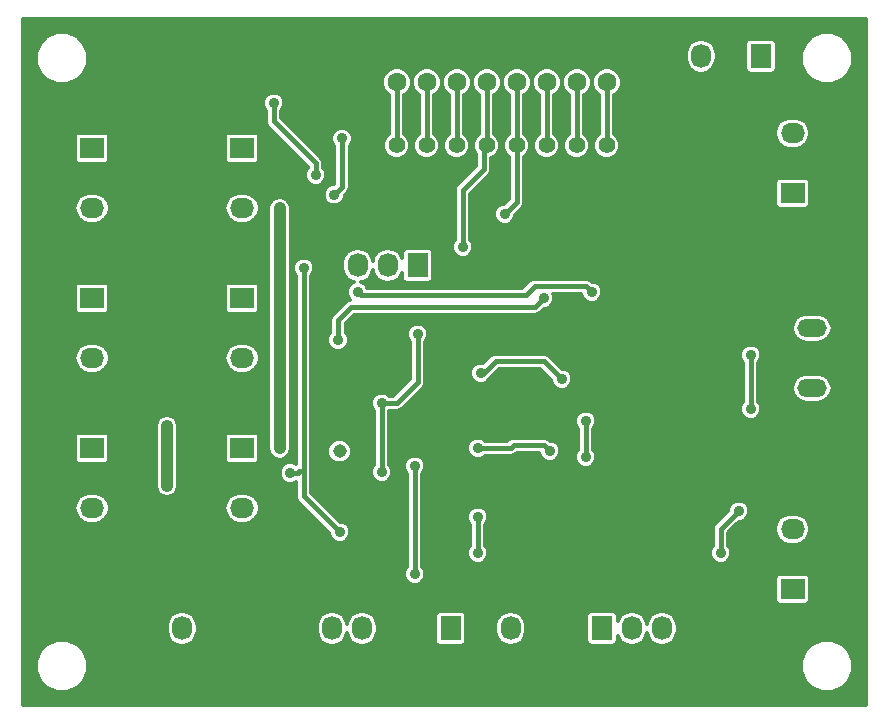
<source format=gbl>
G04 #@! TF.FileFunction,Copper,L2,Bot,Signal*
%FSLAX45Y45*%
G04 Gerber Fmt 4.5, Leading zero omitted, Abs format (unit mm)*
G04 Created by KiCad (PCBNEW 4.0.4-1.fc24-product) date Wed Oct 18 11:24:51 2017*
%MOMM*%
%LPD*%
G01*
G04 APERTURE LIST*
%ADD10C,0.150000*%
%ADD11R,1.397000X1.397000*%
%ADD12C,1.397000*%
%ADD13O,2.499360X1.501140*%
%ADD14C,1.600000*%
%ADD15C,1.143000*%
%ADD16R,1.727200X2.032000*%
%ADD17O,1.727200X2.032000*%
%ADD18R,2.032000X1.727200*%
%ADD19O,2.032000X1.727200*%
%ADD20C,0.889000*%
%ADD21C,0.400000*%
%ADD22C,1.000000*%
%ADD23C,0.300000*%
G04 APERTURE END LIST*
D10*
D11*
X8534400Y-6451600D03*
D12*
X8280400Y-6451600D03*
X8026400Y-6451600D03*
X7772400Y-6451600D03*
X7518400Y-6451600D03*
X7264400Y-6451600D03*
X7010400Y-6451600D03*
X6756400Y-6451600D03*
X6502400Y-6451600D03*
X6248400Y-6451600D03*
D13*
X10020300Y-8255000D03*
X10020300Y-8509000D03*
X10020300Y-8001000D03*
D14*
X6505300Y-5917000D03*
X6505300Y-5663000D03*
X6759300Y-5917000D03*
X6759300Y-5663000D03*
X7013300Y-5917000D03*
X7013300Y-5663000D03*
X7267300Y-5917000D03*
X7267300Y-5663000D03*
X7521300Y-5917000D03*
X7521300Y-5663000D03*
X7775300Y-5917000D03*
X7775300Y-5663000D03*
X8029300Y-5917000D03*
X8029300Y-5663000D03*
X8283300Y-5917000D03*
X8283300Y-5663000D03*
D15*
X6019800Y-9042400D03*
D16*
X6959600Y-10541000D03*
D17*
X7213600Y-10541000D03*
X7467600Y-10541000D03*
D16*
X6680200Y-7467600D03*
D17*
X6426200Y-7467600D03*
X6172200Y-7467600D03*
D18*
X5194300Y-9017000D03*
D19*
X5194300Y-9271000D03*
X5194300Y-9525000D03*
D18*
X3924300Y-9017000D03*
D19*
X3924300Y-9271000D03*
X3924300Y-9525000D03*
D18*
X9855200Y-10210800D03*
D19*
X9855200Y-9956800D03*
X9855200Y-9702800D03*
D18*
X9855200Y-6858000D03*
D19*
X9855200Y-6604000D03*
X9855200Y-6350000D03*
D18*
X5194300Y-7747000D03*
D19*
X5194300Y-8001000D03*
X5194300Y-8255000D03*
D18*
X3924300Y-7747000D03*
D19*
X3924300Y-8001000D03*
X3924300Y-8255000D03*
D16*
X5702300Y-10541000D03*
D17*
X5956300Y-10541000D03*
X6210300Y-10541000D03*
D18*
X5194300Y-6477000D03*
D19*
X5194300Y-6731000D03*
X5194300Y-6985000D03*
D18*
X3924300Y-6477000D03*
D19*
X3924300Y-6731000D03*
X3924300Y-6985000D03*
D16*
X8242300Y-10541000D03*
D17*
X8496300Y-10541000D03*
X8750300Y-10541000D03*
D16*
X4432300Y-10541000D03*
D17*
X4686300Y-10541000D03*
X4940300Y-10541000D03*
D16*
X9588500Y-5697220D03*
D17*
X9334500Y-5697220D03*
X9080500Y-5697220D03*
D20*
X5298440Y-6202680D03*
X4556760Y-7900670D03*
X4671060Y-6626860D03*
X7576820Y-7185660D03*
X7203440Y-7096760D03*
X5631180Y-5488940D03*
X5607460Y-9709920D03*
X7917180Y-7830820D03*
X6022340Y-8582660D03*
X4277360Y-7239000D03*
X6070600Y-5486400D03*
X8382000Y-8890000D03*
X8839200Y-6756400D03*
X6146800Y-9271000D03*
X8496300Y-8509000D03*
X7581900Y-7023100D03*
X7734300Y-7556500D03*
X7226300Y-8242300D03*
X6794500Y-9271000D03*
X6540500Y-9271000D03*
X7391400Y-8407400D03*
X7747000Y-8128000D03*
X8001000Y-8559800D03*
X9093200Y-7594600D03*
X7035800Y-9271000D03*
X6959600Y-9042400D03*
X7594600Y-7543800D03*
X8763000Y-7289800D03*
X8229600Y-8280400D03*
X8204200Y-7391400D03*
X8204200Y-9829800D03*
X8382000Y-9626600D03*
X4673600Y-7569200D03*
X6375400Y-9220200D03*
X6375400Y-8636000D03*
X6680200Y-8051800D03*
X7188200Y-9017000D03*
X7797800Y-9042400D03*
X8102600Y-8788400D03*
X8102600Y-9093200D03*
X6007100Y-8102600D03*
X7747000Y-7747000D03*
X4559300Y-8826500D03*
X4559300Y-9334500D03*
X5511800Y-6985000D03*
X5511800Y-7747000D03*
X5511800Y-9017000D03*
X6172200Y-7696200D03*
X8153400Y-7696200D03*
X5976620Y-6868160D03*
X6040120Y-6393180D03*
X7899400Y-8432800D03*
X7213600Y-8382000D03*
X7416800Y-7035800D03*
X7061200Y-7315200D03*
X5603240Y-9225280D03*
X6019800Y-9728200D03*
X5715000Y-7493000D03*
X5816600Y-6705600D03*
X5461000Y-6096000D03*
X7188200Y-9906000D03*
X7188200Y-9601200D03*
X6654800Y-9169400D03*
X6654800Y-10083800D03*
X9245600Y-9906000D03*
X9398000Y-9550400D03*
X9499600Y-8686800D03*
X9499600Y-8229600D03*
D21*
X6375400Y-9220200D02*
X6375400Y-8636000D01*
X6502400Y-8636000D02*
X6375400Y-8636000D01*
X6680200Y-8458200D02*
X6680200Y-8051800D01*
X6502400Y-8636000D02*
X6680200Y-8458200D01*
X7188200Y-9017000D02*
X7467600Y-9017000D01*
X7467600Y-9017000D02*
X7493000Y-8991600D01*
X7493000Y-8991600D02*
X7747000Y-8991600D01*
X7747000Y-8991600D02*
X7797800Y-9042400D01*
X8102600Y-8788400D02*
X8102600Y-9093200D01*
X6007100Y-7932420D02*
X6007100Y-8102600D01*
X6116320Y-7823200D02*
X6007100Y-7932420D01*
X6172200Y-7823200D02*
X6116320Y-7823200D01*
X6172200Y-7823200D02*
X6731000Y-7823200D01*
X6731000Y-7823200D02*
X7670800Y-7823200D01*
X7670800Y-7823200D02*
X7747000Y-7747000D01*
D22*
X4559300Y-9334500D02*
X4559300Y-8826500D01*
X5511800Y-6985000D02*
X5511800Y-7747000D01*
X5511800Y-7747000D02*
X5511800Y-9017000D01*
D21*
X6172200Y-7696200D02*
X6197600Y-7721600D01*
X7391400Y-7721600D02*
X7416800Y-7721600D01*
X6197600Y-7721600D02*
X7391400Y-7721600D01*
X7594600Y-7721600D02*
X7391400Y-7721600D01*
X7670800Y-7645400D02*
X7594600Y-7721600D01*
X7696200Y-7645400D02*
X7670800Y-7645400D01*
X7696200Y-7645400D02*
X8102600Y-7645400D01*
X8102600Y-7645400D02*
X8153400Y-7696200D01*
X6040120Y-6804660D02*
X5976620Y-6868160D01*
X6040120Y-6456042D02*
X6040120Y-6804660D01*
X6040120Y-6393180D02*
X6040120Y-6456042D01*
X7899400Y-8432800D02*
X7747000Y-8280400D01*
X7747000Y-8280400D02*
X7340600Y-8280400D01*
X7340600Y-8280400D02*
X7239000Y-8382000D01*
X7239000Y-8382000D02*
X7213600Y-8382000D01*
X7518400Y-6451600D02*
X7518400Y-5918200D01*
X7416800Y-7035800D02*
X7518400Y-6934200D01*
X7518400Y-6934200D02*
X7518400Y-6451600D01*
X7264400Y-5918200D02*
X7264400Y-6451600D01*
X7239000Y-6477000D02*
X7264400Y-6451600D01*
X7061200Y-7315200D02*
X7061200Y-6832600D01*
X7061200Y-6832600D02*
X7239000Y-6654800D01*
X7239000Y-6654800D02*
X7239000Y-6477000D01*
X6756400Y-6451600D02*
X6756400Y-5918200D01*
X5715000Y-9423400D02*
X5715000Y-9212580D01*
X5715000Y-9212580D02*
X5715000Y-8991600D01*
X5603240Y-9225280D02*
X5666102Y-9225280D01*
X5678802Y-9212580D02*
X5715000Y-9212580D01*
X5666102Y-9225280D02*
X5678802Y-9212580D01*
X6019800Y-9728200D02*
X5715000Y-9423400D01*
X5715000Y-8483600D02*
X5715000Y-8991600D01*
X5715000Y-7493000D02*
X5715000Y-8483600D01*
X5816600Y-6604000D02*
X5816600Y-6705600D01*
X5461000Y-6248400D02*
X5816600Y-6604000D01*
X5461000Y-6096000D02*
X5461000Y-6248400D01*
X7772400Y-6451600D02*
X7772400Y-5918200D01*
X7010400Y-5918200D02*
X7010400Y-6451600D01*
X8280400Y-5918200D02*
X8280400Y-6451600D01*
X7188200Y-9906000D02*
X7188200Y-9601200D01*
X6654800Y-9169400D02*
X6654800Y-10083800D01*
X9245600Y-9702800D02*
X9245600Y-9906000D01*
X9398000Y-9550400D02*
X9245600Y-9702800D01*
X9499600Y-8229600D02*
X9499600Y-8686800D01*
X6502400Y-5918200D02*
X6502400Y-6451600D01*
X8026400Y-5918200D02*
X8026400Y-6451600D01*
D23*
G36*
X10478300Y-11189500D02*
X3339300Y-11189500D01*
X3339300Y-10902070D01*
X3450256Y-10902070D01*
X3483679Y-10982961D01*
X3545514Y-11044903D01*
X3626346Y-11078468D01*
X3713870Y-11078544D01*
X3794761Y-11045121D01*
X3856703Y-10983286D01*
X3890268Y-10902454D01*
X3890268Y-10902070D01*
X9927256Y-10902070D01*
X9960679Y-10982961D01*
X10022514Y-11044903D01*
X10103346Y-11078468D01*
X10190870Y-11078544D01*
X10271761Y-11045121D01*
X10333703Y-10983286D01*
X10367268Y-10902454D01*
X10367344Y-10814930D01*
X10333921Y-10734039D01*
X10272086Y-10672097D01*
X10191254Y-10638532D01*
X10103730Y-10638456D01*
X10022839Y-10671879D01*
X9960897Y-10733714D01*
X9927332Y-10814546D01*
X9927256Y-10902070D01*
X3890268Y-10902070D01*
X3890344Y-10814930D01*
X3856921Y-10734039D01*
X3795086Y-10672097D01*
X3714254Y-10638532D01*
X3626730Y-10638456D01*
X3545839Y-10671879D01*
X3483897Y-10733714D01*
X3450332Y-10814546D01*
X3450256Y-10902070D01*
X3339300Y-10902070D01*
X3339300Y-10522888D01*
X4554940Y-10522888D01*
X4554940Y-10559112D01*
X4564939Y-10609381D01*
X4593415Y-10651998D01*
X4636031Y-10680473D01*
X4686300Y-10690472D01*
X4736569Y-10680473D01*
X4779186Y-10651998D01*
X4807661Y-10609381D01*
X4817660Y-10559112D01*
X4817660Y-10522888D01*
X5824940Y-10522888D01*
X5824940Y-10559112D01*
X5834939Y-10609381D01*
X5863414Y-10651998D01*
X5906031Y-10680473D01*
X5956300Y-10690472D01*
X6006569Y-10680473D01*
X6049185Y-10651998D01*
X6077661Y-10609381D01*
X6083300Y-10581031D01*
X6088939Y-10609381D01*
X6117414Y-10651998D01*
X6160031Y-10680473D01*
X6210300Y-10690472D01*
X6260569Y-10680473D01*
X6303185Y-10651998D01*
X6331661Y-10609381D01*
X6341660Y-10559112D01*
X6341660Y-10522888D01*
X6331661Y-10472619D01*
X6309465Y-10439400D01*
X6827358Y-10439400D01*
X6827358Y-10642600D01*
X6830496Y-10659276D01*
X6840352Y-10674592D01*
X6855389Y-10684867D01*
X6873240Y-10688482D01*
X7045960Y-10688482D01*
X7062636Y-10685344D01*
X7077952Y-10675488D01*
X7088227Y-10660451D01*
X7091842Y-10642600D01*
X7091842Y-10522888D01*
X7336240Y-10522888D01*
X7336240Y-10559112D01*
X7346239Y-10609381D01*
X7374714Y-10651998D01*
X7417331Y-10680473D01*
X7467600Y-10690472D01*
X7517869Y-10680473D01*
X7560485Y-10651998D01*
X7588961Y-10609381D01*
X7598960Y-10559112D01*
X7598960Y-10522888D01*
X7588961Y-10472619D01*
X7566765Y-10439400D01*
X8110058Y-10439400D01*
X8110058Y-10642600D01*
X8113196Y-10659276D01*
X8123052Y-10674592D01*
X8138089Y-10684867D01*
X8155940Y-10688482D01*
X8328660Y-10688482D01*
X8345336Y-10685344D01*
X8360652Y-10675488D01*
X8370927Y-10660451D01*
X8374542Y-10642600D01*
X8374542Y-10607383D01*
X8374939Y-10609381D01*
X8403415Y-10651998D01*
X8446031Y-10680473D01*
X8496300Y-10690472D01*
X8546569Y-10680473D01*
X8589186Y-10651998D01*
X8617661Y-10609381D01*
X8623300Y-10581031D01*
X8628939Y-10609381D01*
X8657415Y-10651998D01*
X8700031Y-10680473D01*
X8750300Y-10690472D01*
X8800569Y-10680473D01*
X8843186Y-10651998D01*
X8871661Y-10609381D01*
X8881660Y-10559112D01*
X8881660Y-10522888D01*
X8871661Y-10472619D01*
X8843186Y-10430002D01*
X8800569Y-10401527D01*
X8750300Y-10391528D01*
X8700031Y-10401527D01*
X8657415Y-10430002D01*
X8628939Y-10472619D01*
X8623300Y-10500969D01*
X8617661Y-10472619D01*
X8589186Y-10430002D01*
X8546569Y-10401527D01*
X8496300Y-10391528D01*
X8446031Y-10401527D01*
X8403415Y-10430002D01*
X8374939Y-10472619D01*
X8374542Y-10474618D01*
X8374542Y-10439400D01*
X8371404Y-10422724D01*
X8361548Y-10407408D01*
X8346510Y-10397133D01*
X8328660Y-10393518D01*
X8155940Y-10393518D01*
X8139264Y-10396656D01*
X8123948Y-10406512D01*
X8113673Y-10421550D01*
X8110058Y-10439400D01*
X7566765Y-10439400D01*
X7560485Y-10430002D01*
X7517869Y-10401527D01*
X7467600Y-10391528D01*
X7417331Y-10401527D01*
X7374714Y-10430002D01*
X7346239Y-10472619D01*
X7336240Y-10522888D01*
X7091842Y-10522888D01*
X7091842Y-10439400D01*
X7088704Y-10422724D01*
X7078848Y-10407408D01*
X7063810Y-10397133D01*
X7045960Y-10393518D01*
X6873240Y-10393518D01*
X6856564Y-10396656D01*
X6841248Y-10406512D01*
X6830973Y-10421550D01*
X6827358Y-10439400D01*
X6309465Y-10439400D01*
X6303185Y-10430002D01*
X6260569Y-10401527D01*
X6210300Y-10391528D01*
X6160031Y-10401527D01*
X6117414Y-10430002D01*
X6088939Y-10472619D01*
X6083300Y-10500969D01*
X6077661Y-10472619D01*
X6049185Y-10430002D01*
X6006569Y-10401527D01*
X5956300Y-10391528D01*
X5906031Y-10401527D01*
X5863414Y-10430002D01*
X5834939Y-10472619D01*
X5824940Y-10522888D01*
X4817660Y-10522888D01*
X4807661Y-10472619D01*
X4779186Y-10430002D01*
X4736569Y-10401527D01*
X4686300Y-10391528D01*
X4636031Y-10401527D01*
X4593415Y-10430002D01*
X4564939Y-10472619D01*
X4554940Y-10522888D01*
X3339300Y-10522888D01*
X3339300Y-9525000D01*
X3774828Y-9525000D01*
X3784827Y-9575269D01*
X3813302Y-9617886D01*
X3855919Y-9646361D01*
X3906188Y-9656360D01*
X3942412Y-9656360D01*
X3992681Y-9646361D01*
X4035298Y-9617886D01*
X4063773Y-9575269D01*
X4073772Y-9525000D01*
X5044828Y-9525000D01*
X5054827Y-9575269D01*
X5083302Y-9617886D01*
X5125919Y-9646361D01*
X5176188Y-9656360D01*
X5212412Y-9656360D01*
X5262681Y-9646361D01*
X5305298Y-9617886D01*
X5333773Y-9575269D01*
X5343772Y-9525000D01*
X5333773Y-9474731D01*
X5305298Y-9432115D01*
X5262681Y-9403639D01*
X5212412Y-9393640D01*
X5176188Y-9393640D01*
X5125919Y-9403639D01*
X5083302Y-9432115D01*
X5054827Y-9474731D01*
X5044828Y-9525000D01*
X4073772Y-9525000D01*
X4063773Y-9474731D01*
X4035298Y-9432115D01*
X3992681Y-9403639D01*
X3942412Y-9393640D01*
X3906188Y-9393640D01*
X3855919Y-9403639D01*
X3813302Y-9432115D01*
X3784827Y-9474731D01*
X3774828Y-9525000D01*
X3339300Y-9525000D01*
X3339300Y-8930640D01*
X3776818Y-8930640D01*
X3776818Y-9103360D01*
X3779956Y-9120036D01*
X3789812Y-9135352D01*
X3804849Y-9145627D01*
X3822700Y-9149242D01*
X4025900Y-9149242D01*
X4042576Y-9146104D01*
X4057892Y-9136248D01*
X4068167Y-9121211D01*
X4071782Y-9103360D01*
X4071782Y-8930640D01*
X4068644Y-8913964D01*
X4058788Y-8898648D01*
X4043750Y-8888373D01*
X4025900Y-8884758D01*
X3822700Y-8884758D01*
X3806024Y-8887896D01*
X3790708Y-8897752D01*
X3780433Y-8912790D01*
X3776818Y-8930640D01*
X3339300Y-8930640D01*
X3339300Y-8826500D01*
X4464300Y-8826500D01*
X4464300Y-9334500D01*
X4471531Y-9370855D01*
X4492125Y-9401675D01*
X4522945Y-9422269D01*
X4559300Y-9429500D01*
X4595655Y-9422269D01*
X4626475Y-9401675D01*
X4647069Y-9370855D01*
X4654300Y-9334500D01*
X4654300Y-9242995D01*
X5513775Y-9242995D01*
X5527364Y-9275883D01*
X5552505Y-9301068D01*
X5585369Y-9314714D01*
X5620955Y-9314746D01*
X5650000Y-9302744D01*
X5650000Y-9423400D01*
X5654127Y-9444148D01*
X5654948Y-9448275D01*
X5669038Y-9469362D01*
X5930348Y-9730672D01*
X5930334Y-9745915D01*
X5943924Y-9778803D01*
X5969064Y-9803988D01*
X6001929Y-9817634D01*
X6037515Y-9817666D01*
X6070403Y-9804076D01*
X6095588Y-9778936D01*
X6109234Y-9746071D01*
X6109265Y-9710485D01*
X6095676Y-9677597D01*
X6070535Y-9652412D01*
X6037671Y-9638766D01*
X6022276Y-9638752D01*
X5780000Y-9396476D01*
X5780000Y-9062630D01*
X5917632Y-9062630D01*
X5933151Y-9100188D01*
X5961861Y-9128948D01*
X5999392Y-9144532D01*
X6040030Y-9144568D01*
X6077588Y-9129049D01*
X6106348Y-9100339D01*
X6121932Y-9062808D01*
X6121968Y-9022170D01*
X6106449Y-8984612D01*
X6077739Y-8955852D01*
X6040208Y-8940268D01*
X5999570Y-8940232D01*
X5962012Y-8955751D01*
X5933252Y-8984461D01*
X5917668Y-9021992D01*
X5917632Y-9062630D01*
X5780000Y-9062630D01*
X5780000Y-8653715D01*
X6285934Y-8653715D01*
X6299524Y-8686603D01*
X6310400Y-8697498D01*
X6310400Y-9158696D01*
X6299612Y-9169465D01*
X6285966Y-9202329D01*
X6285934Y-9237915D01*
X6299524Y-9270803D01*
X6324664Y-9295988D01*
X6357529Y-9309634D01*
X6393115Y-9309666D01*
X6426003Y-9296076D01*
X6451188Y-9270936D01*
X6464834Y-9238071D01*
X6464865Y-9202485D01*
X6458514Y-9187115D01*
X6565334Y-9187115D01*
X6578924Y-9220003D01*
X6589800Y-9230898D01*
X6589800Y-10022296D01*
X6579012Y-10033065D01*
X6565366Y-10065929D01*
X6565334Y-10101515D01*
X6578924Y-10134403D01*
X6604064Y-10159588D01*
X6636929Y-10173234D01*
X6672515Y-10173266D01*
X6705403Y-10159676D01*
X6730588Y-10134536D01*
X6734780Y-10124440D01*
X9707718Y-10124440D01*
X9707718Y-10297160D01*
X9710856Y-10313836D01*
X9720712Y-10329152D01*
X9735750Y-10339427D01*
X9753600Y-10343042D01*
X9956800Y-10343042D01*
X9973476Y-10339904D01*
X9988792Y-10330048D01*
X9999067Y-10315011D01*
X10002682Y-10297160D01*
X10002682Y-10124440D01*
X9999544Y-10107764D01*
X9989688Y-10092448D01*
X9974651Y-10082173D01*
X9956800Y-10078558D01*
X9753600Y-10078558D01*
X9736924Y-10081696D01*
X9721608Y-10091552D01*
X9711333Y-10106590D01*
X9707718Y-10124440D01*
X6734780Y-10124440D01*
X6744234Y-10101671D01*
X6744265Y-10066085D01*
X6730676Y-10033197D01*
X6719800Y-10022302D01*
X6719800Y-9618915D01*
X7098734Y-9618915D01*
X7112324Y-9651803D01*
X7123200Y-9662698D01*
X7123200Y-9844496D01*
X7112412Y-9855265D01*
X7098766Y-9888129D01*
X7098734Y-9923715D01*
X7112324Y-9956603D01*
X7137464Y-9981788D01*
X7170329Y-9995434D01*
X7205915Y-9995466D01*
X7238803Y-9981876D01*
X7263988Y-9956736D01*
X7277634Y-9923871D01*
X7277634Y-9923715D01*
X9156135Y-9923715D01*
X9169724Y-9956603D01*
X9194865Y-9981788D01*
X9227729Y-9995434D01*
X9263315Y-9995466D01*
X9296203Y-9981876D01*
X9321388Y-9956736D01*
X9335034Y-9923871D01*
X9335066Y-9888285D01*
X9321476Y-9855397D01*
X9310600Y-9844502D01*
X9310600Y-9729724D01*
X9337524Y-9702800D01*
X9705728Y-9702800D01*
X9715727Y-9753069D01*
X9744202Y-9795686D01*
X9786819Y-9824161D01*
X9837088Y-9834160D01*
X9873312Y-9834160D01*
X9923581Y-9824161D01*
X9966198Y-9795686D01*
X9994673Y-9753069D01*
X10004672Y-9702800D01*
X9994673Y-9652531D01*
X9966198Y-9609915D01*
X9923581Y-9581439D01*
X9873312Y-9571440D01*
X9837088Y-9571440D01*
X9786819Y-9581439D01*
X9744202Y-9609915D01*
X9715727Y-9652531D01*
X9705728Y-9702800D01*
X9337524Y-9702800D01*
X9400472Y-9639852D01*
X9415715Y-9639866D01*
X9448603Y-9626276D01*
X9473788Y-9601136D01*
X9487434Y-9568271D01*
X9487466Y-9532685D01*
X9473876Y-9499797D01*
X9448736Y-9474612D01*
X9415871Y-9460966D01*
X9380285Y-9460935D01*
X9347397Y-9474524D01*
X9322212Y-9499665D01*
X9308566Y-9532529D01*
X9308552Y-9547924D01*
X9199638Y-9656838D01*
X9185548Y-9677926D01*
X9185548Y-9677926D01*
X9180600Y-9702800D01*
X9180600Y-9844496D01*
X9169812Y-9855265D01*
X9156166Y-9888129D01*
X9156135Y-9923715D01*
X7277634Y-9923715D01*
X7277665Y-9888285D01*
X7264076Y-9855397D01*
X7253200Y-9844502D01*
X7253200Y-9662705D01*
X7263988Y-9651936D01*
X7277634Y-9619071D01*
X7277665Y-9583485D01*
X7264076Y-9550597D01*
X7238935Y-9525412D01*
X7206071Y-9511766D01*
X7170485Y-9511735D01*
X7137597Y-9525324D01*
X7112412Y-9550465D01*
X7098766Y-9583329D01*
X7098734Y-9618915D01*
X6719800Y-9618915D01*
X6719800Y-9230905D01*
X6730588Y-9220136D01*
X6744234Y-9187271D01*
X6744265Y-9151685D01*
X6730676Y-9118797D01*
X6705535Y-9093612D01*
X6672671Y-9079966D01*
X6637085Y-9079935D01*
X6604197Y-9093524D01*
X6579012Y-9118665D01*
X6565366Y-9151529D01*
X6565334Y-9187115D01*
X6458514Y-9187115D01*
X6451276Y-9169597D01*
X6440400Y-9158702D01*
X6440400Y-9034715D01*
X7098734Y-9034715D01*
X7112324Y-9067603D01*
X7137464Y-9092788D01*
X7170329Y-9106434D01*
X7205915Y-9106466D01*
X7238803Y-9092876D01*
X7249698Y-9082000D01*
X7467600Y-9082000D01*
X7488348Y-9077873D01*
X7492474Y-9077052D01*
X7513562Y-9062962D01*
X7519924Y-9056600D01*
X7708338Y-9056600D01*
X7708334Y-9060115D01*
X7721924Y-9093003D01*
X7747064Y-9118188D01*
X7779929Y-9131834D01*
X7815515Y-9131866D01*
X7848403Y-9118276D01*
X7873588Y-9093136D01*
X7887234Y-9060271D01*
X7887265Y-9024685D01*
X7873676Y-8991797D01*
X7848535Y-8966612D01*
X7815671Y-8952966D01*
X7800276Y-8952952D01*
X7792962Y-8945638D01*
X7771874Y-8931548D01*
X7767748Y-8930727D01*
X7747000Y-8926600D01*
X7493000Y-8926600D01*
X7472252Y-8930727D01*
X7468125Y-8931548D01*
X7447038Y-8945638D01*
X7440676Y-8952000D01*
X7249704Y-8952000D01*
X7238935Y-8941212D01*
X7206071Y-8927566D01*
X7170485Y-8927535D01*
X7137597Y-8941124D01*
X7112412Y-8966265D01*
X7098766Y-8999129D01*
X7098734Y-9034715D01*
X6440400Y-9034715D01*
X6440400Y-8806115D01*
X8013134Y-8806115D01*
X8026724Y-8839003D01*
X8037600Y-8849898D01*
X8037600Y-9031696D01*
X8026812Y-9042465D01*
X8013166Y-9075329D01*
X8013134Y-9110915D01*
X8026724Y-9143803D01*
X8051864Y-9168988D01*
X8084729Y-9182634D01*
X8120315Y-9182666D01*
X8153203Y-9169076D01*
X8178388Y-9143936D01*
X8192034Y-9111071D01*
X8192065Y-9075485D01*
X8178476Y-9042597D01*
X8167600Y-9031702D01*
X8167600Y-8849905D01*
X8178388Y-8839136D01*
X8192034Y-8806271D01*
X8192065Y-8770685D01*
X8178476Y-8737797D01*
X8153335Y-8712612D01*
X8120471Y-8698966D01*
X8084885Y-8698935D01*
X8051997Y-8712524D01*
X8026812Y-8737665D01*
X8013166Y-8770529D01*
X8013134Y-8806115D01*
X6440400Y-8806115D01*
X6440400Y-8701000D01*
X6502400Y-8701000D01*
X6523148Y-8696873D01*
X6527274Y-8696052D01*
X6548362Y-8681962D01*
X6726162Y-8504162D01*
X6740252Y-8483074D01*
X6745200Y-8458200D01*
X6745200Y-8399715D01*
X7124134Y-8399715D01*
X7137724Y-8432603D01*
X7162864Y-8457788D01*
X7195729Y-8471434D01*
X7231315Y-8471466D01*
X7264203Y-8457876D01*
X7289388Y-8432736D01*
X7295920Y-8417004D01*
X7367524Y-8345400D01*
X7720076Y-8345400D01*
X7809948Y-8435272D01*
X7809934Y-8450515D01*
X7823524Y-8483403D01*
X7848664Y-8508588D01*
X7881529Y-8522234D01*
X7917115Y-8522266D01*
X7950003Y-8508676D01*
X7975188Y-8483536D01*
X7988834Y-8450671D01*
X7988865Y-8415085D01*
X7975276Y-8382197D01*
X7950135Y-8357012D01*
X7917271Y-8343366D01*
X7901876Y-8343352D01*
X7805838Y-8247315D01*
X9410135Y-8247315D01*
X9423724Y-8280203D01*
X9434600Y-8291098D01*
X9434600Y-8625296D01*
X9423812Y-8636065D01*
X9410166Y-8668929D01*
X9410135Y-8704515D01*
X9423724Y-8737403D01*
X9448865Y-8762588D01*
X9481729Y-8776234D01*
X9517315Y-8776266D01*
X9550203Y-8762676D01*
X9575388Y-8737536D01*
X9589034Y-8704671D01*
X9589066Y-8669085D01*
X9575476Y-8636197D01*
X9564600Y-8625302D01*
X9564600Y-8509000D01*
X9847002Y-8509000D01*
X9856141Y-8554944D01*
X9882166Y-8593893D01*
X9921115Y-8619918D01*
X9967059Y-8629057D01*
X10073541Y-8629057D01*
X10119485Y-8619918D01*
X10158434Y-8593893D01*
X10184459Y-8554944D01*
X10193598Y-8509000D01*
X10184459Y-8463056D01*
X10158434Y-8424107D01*
X10119485Y-8398082D01*
X10073541Y-8388943D01*
X9967059Y-8388943D01*
X9921115Y-8398082D01*
X9882166Y-8424107D01*
X9856141Y-8463056D01*
X9847002Y-8509000D01*
X9564600Y-8509000D01*
X9564600Y-8291104D01*
X9575388Y-8280335D01*
X9589034Y-8247471D01*
X9589066Y-8211885D01*
X9575476Y-8178997D01*
X9550336Y-8153812D01*
X9517471Y-8140166D01*
X9481885Y-8140134D01*
X9448997Y-8153724D01*
X9423812Y-8178864D01*
X9410166Y-8211729D01*
X9410135Y-8247315D01*
X7805838Y-8247315D01*
X7792962Y-8234438D01*
X7771874Y-8220348D01*
X7767748Y-8219527D01*
X7747000Y-8215400D01*
X7340600Y-8215400D01*
X7319852Y-8219527D01*
X7315725Y-8220348D01*
X7294638Y-8234438D01*
X7235032Y-8294044D01*
X7231471Y-8292566D01*
X7195885Y-8292534D01*
X7162997Y-8306124D01*
X7137812Y-8331264D01*
X7124166Y-8364129D01*
X7124134Y-8399715D01*
X6745200Y-8399715D01*
X6745200Y-8113304D01*
X6755988Y-8102535D01*
X6769634Y-8069671D01*
X6769665Y-8034085D01*
X6756076Y-8001197D01*
X6755880Y-8001000D01*
X9847002Y-8001000D01*
X9856141Y-8046944D01*
X9882166Y-8085893D01*
X9921115Y-8111918D01*
X9967059Y-8121057D01*
X10073541Y-8121057D01*
X10119485Y-8111918D01*
X10158434Y-8085893D01*
X10184459Y-8046944D01*
X10193598Y-8001000D01*
X10184459Y-7955056D01*
X10158434Y-7916107D01*
X10119485Y-7890082D01*
X10073541Y-7880943D01*
X9967059Y-7880943D01*
X9921115Y-7890082D01*
X9882166Y-7916107D01*
X9856141Y-7955056D01*
X9847002Y-8001000D01*
X6755880Y-8001000D01*
X6730935Y-7976012D01*
X6698071Y-7962366D01*
X6662485Y-7962334D01*
X6629597Y-7975924D01*
X6604412Y-8001064D01*
X6590766Y-8033929D01*
X6590734Y-8069515D01*
X6604324Y-8102403D01*
X6615200Y-8113298D01*
X6615200Y-8431276D01*
X6475476Y-8571000D01*
X6436904Y-8571000D01*
X6426135Y-8560212D01*
X6393271Y-8546566D01*
X6357685Y-8546535D01*
X6324797Y-8560124D01*
X6299612Y-8585265D01*
X6285966Y-8618129D01*
X6285934Y-8653715D01*
X5780000Y-8653715D01*
X5780000Y-8120315D01*
X5917634Y-8120315D01*
X5931224Y-8153203D01*
X5956364Y-8178388D01*
X5989229Y-8192034D01*
X6024815Y-8192065D01*
X6057703Y-8178476D01*
X6082888Y-8153335D01*
X6096534Y-8120471D01*
X6096565Y-8084885D01*
X6082976Y-8051997D01*
X6072100Y-8041102D01*
X6072100Y-7959344D01*
X6143244Y-7888200D01*
X7670800Y-7888200D01*
X7691548Y-7884073D01*
X7695674Y-7883252D01*
X7716762Y-7869162D01*
X7749472Y-7836452D01*
X7764715Y-7836465D01*
X7797603Y-7822876D01*
X7822788Y-7797735D01*
X7836434Y-7764871D01*
X7836465Y-7729285D01*
X7828662Y-7710400D01*
X8063938Y-7710400D01*
X8063934Y-7713915D01*
X8077524Y-7746803D01*
X8102664Y-7771988D01*
X8135529Y-7785634D01*
X8171115Y-7785665D01*
X8204003Y-7772076D01*
X8229188Y-7746935D01*
X8242834Y-7714071D01*
X8242865Y-7678485D01*
X8229276Y-7645597D01*
X8204135Y-7620412D01*
X8171271Y-7606766D01*
X8155876Y-7606752D01*
X8148562Y-7599438D01*
X8127474Y-7585348D01*
X8123348Y-7584527D01*
X8102600Y-7580400D01*
X7670800Y-7580400D01*
X7645926Y-7585348D01*
X7624838Y-7599438D01*
X7567676Y-7656600D01*
X6252623Y-7656600D01*
X6248076Y-7645597D01*
X6222935Y-7620412D01*
X6201064Y-7611331D01*
X6222469Y-7607073D01*
X6265085Y-7578598D01*
X6293561Y-7535981D01*
X6299200Y-7507631D01*
X6304839Y-7535981D01*
X6333314Y-7578598D01*
X6375931Y-7607073D01*
X6426200Y-7617072D01*
X6476469Y-7607073D01*
X6519085Y-7578598D01*
X6547561Y-7535981D01*
X6547958Y-7533982D01*
X6547958Y-7569200D01*
X6551096Y-7585876D01*
X6560952Y-7601192D01*
X6575989Y-7611467D01*
X6593840Y-7615082D01*
X6766560Y-7615082D01*
X6783236Y-7611944D01*
X6798552Y-7602088D01*
X6808827Y-7587050D01*
X6812442Y-7569200D01*
X6812442Y-7366000D01*
X6809304Y-7349324D01*
X6799448Y-7334008D01*
X6797848Y-7332915D01*
X6971734Y-7332915D01*
X6985324Y-7365803D01*
X7010464Y-7390988D01*
X7043329Y-7404634D01*
X7078915Y-7404665D01*
X7111803Y-7391076D01*
X7136988Y-7365935D01*
X7150634Y-7333071D01*
X7150665Y-7297485D01*
X7137076Y-7264597D01*
X7126200Y-7253702D01*
X7126200Y-7053515D01*
X7327334Y-7053515D01*
X7340924Y-7086403D01*
X7366064Y-7111588D01*
X7398929Y-7125234D01*
X7434515Y-7125265D01*
X7467403Y-7111676D01*
X7492588Y-7086535D01*
X7506234Y-7053671D01*
X7506248Y-7038276D01*
X7564362Y-6980162D01*
X7578452Y-6959074D01*
X7580986Y-6946334D01*
X7583400Y-6934200D01*
X7583400Y-6771640D01*
X9707718Y-6771640D01*
X9707718Y-6944360D01*
X9710856Y-6961036D01*
X9720712Y-6976352D01*
X9735750Y-6986627D01*
X9753600Y-6990242D01*
X9956800Y-6990242D01*
X9973476Y-6987104D01*
X9988792Y-6977248D01*
X9999067Y-6962210D01*
X10002682Y-6944360D01*
X10002682Y-6771640D01*
X9999544Y-6754964D01*
X9989688Y-6739648D01*
X9974651Y-6729373D01*
X9956800Y-6725758D01*
X9753600Y-6725758D01*
X9736924Y-6728896D01*
X9721608Y-6738752D01*
X9711333Y-6753789D01*
X9707718Y-6771640D01*
X7583400Y-6771640D01*
X7583400Y-6548994D01*
X7615708Y-6516742D01*
X7633230Y-6474545D01*
X7633270Y-6428855D01*
X7615822Y-6386628D01*
X7583542Y-6354292D01*
X7583400Y-6354233D01*
X7583400Y-6026591D01*
X7592014Y-6023032D01*
X7627208Y-5987899D01*
X7646278Y-5941973D01*
X7646278Y-5941755D01*
X7650278Y-5941755D01*
X7669268Y-5987714D01*
X7704401Y-6022908D01*
X7707400Y-6024153D01*
X7707400Y-6354206D01*
X7675092Y-6386458D01*
X7657570Y-6428655D01*
X7657530Y-6474345D01*
X7674978Y-6516572D01*
X7707258Y-6548908D01*
X7749455Y-6566430D01*
X7795145Y-6566470D01*
X7837372Y-6549022D01*
X7869708Y-6516742D01*
X7887230Y-6474545D01*
X7887270Y-6428855D01*
X7869822Y-6386628D01*
X7837542Y-6354292D01*
X7837400Y-6354233D01*
X7837400Y-6026591D01*
X7846014Y-6023032D01*
X7881208Y-5987899D01*
X7900278Y-5941973D01*
X7900278Y-5941755D01*
X7904278Y-5941755D01*
X7923268Y-5987714D01*
X7958401Y-6022908D01*
X7961400Y-6024153D01*
X7961400Y-6354206D01*
X7929092Y-6386458D01*
X7911570Y-6428655D01*
X7911530Y-6474345D01*
X7928978Y-6516572D01*
X7961258Y-6548908D01*
X8003455Y-6566430D01*
X8049145Y-6566470D01*
X8091372Y-6549022D01*
X8123708Y-6516742D01*
X8141230Y-6474545D01*
X8141270Y-6428855D01*
X8123822Y-6386628D01*
X8091542Y-6354292D01*
X8091400Y-6354233D01*
X8091400Y-6026591D01*
X8100014Y-6023032D01*
X8135208Y-5987899D01*
X8154278Y-5941973D01*
X8154278Y-5941755D01*
X8158278Y-5941755D01*
X8177268Y-5987714D01*
X8212401Y-6022908D01*
X8215400Y-6024153D01*
X8215400Y-6354206D01*
X8183092Y-6386458D01*
X8165570Y-6428655D01*
X8165530Y-6474345D01*
X8182978Y-6516572D01*
X8215258Y-6548908D01*
X8257455Y-6566430D01*
X8303145Y-6566470D01*
X8345372Y-6549022D01*
X8377708Y-6516742D01*
X8395230Y-6474545D01*
X8395270Y-6428855D01*
X8377822Y-6386628D01*
X8345542Y-6354292D01*
X8345400Y-6354233D01*
X8345400Y-6350000D01*
X9705728Y-6350000D01*
X9715727Y-6400269D01*
X9744202Y-6442885D01*
X9786819Y-6471361D01*
X9837088Y-6481360D01*
X9873312Y-6481360D01*
X9923581Y-6471361D01*
X9966198Y-6442885D01*
X9994673Y-6400269D01*
X10004672Y-6350000D01*
X9994673Y-6299731D01*
X9966198Y-6257114D01*
X9923581Y-6228639D01*
X9873312Y-6218640D01*
X9837088Y-6218640D01*
X9786819Y-6228639D01*
X9744202Y-6257114D01*
X9715727Y-6299731D01*
X9705728Y-6350000D01*
X8345400Y-6350000D01*
X8345400Y-6026591D01*
X8354014Y-6023032D01*
X8389208Y-5987899D01*
X8408278Y-5941973D01*
X8408322Y-5892245D01*
X8389332Y-5846286D01*
X8354199Y-5811092D01*
X8308273Y-5792022D01*
X8258545Y-5791978D01*
X8212586Y-5810968D01*
X8177392Y-5846101D01*
X8158322Y-5892027D01*
X8158278Y-5941755D01*
X8154278Y-5941755D01*
X8154322Y-5892245D01*
X8135332Y-5846286D01*
X8100199Y-5811092D01*
X8054273Y-5792022D01*
X8004545Y-5791978D01*
X7958586Y-5810968D01*
X7923392Y-5846101D01*
X7904322Y-5892027D01*
X7904278Y-5941755D01*
X7900278Y-5941755D01*
X7900322Y-5892245D01*
X7881332Y-5846286D01*
X7846199Y-5811092D01*
X7800273Y-5792022D01*
X7750545Y-5791978D01*
X7704586Y-5810968D01*
X7669392Y-5846101D01*
X7650322Y-5892027D01*
X7650278Y-5941755D01*
X7646278Y-5941755D01*
X7646322Y-5892245D01*
X7627332Y-5846286D01*
X7592199Y-5811092D01*
X7546273Y-5792022D01*
X7496545Y-5791978D01*
X7450586Y-5810968D01*
X7415392Y-5846101D01*
X7396322Y-5892027D01*
X7396278Y-5941755D01*
X7415268Y-5987714D01*
X7450401Y-6022908D01*
X7453400Y-6024153D01*
X7453400Y-6354206D01*
X7421092Y-6386458D01*
X7403570Y-6428655D01*
X7403530Y-6474345D01*
X7420978Y-6516572D01*
X7453258Y-6548908D01*
X7453400Y-6548967D01*
X7453400Y-6907276D01*
X7414328Y-6946348D01*
X7399085Y-6946334D01*
X7366197Y-6959924D01*
X7341012Y-6985064D01*
X7327366Y-7017929D01*
X7327334Y-7053515D01*
X7126200Y-7053515D01*
X7126200Y-6859524D01*
X7284962Y-6700762D01*
X7299052Y-6679674D01*
X7304000Y-6654800D01*
X7304000Y-6559505D01*
X7329372Y-6549022D01*
X7361708Y-6516742D01*
X7379230Y-6474545D01*
X7379270Y-6428855D01*
X7361822Y-6386628D01*
X7329542Y-6354292D01*
X7329400Y-6354233D01*
X7329400Y-6026591D01*
X7338014Y-6023032D01*
X7373208Y-5987899D01*
X7392278Y-5941973D01*
X7392322Y-5892245D01*
X7373332Y-5846286D01*
X7338199Y-5811092D01*
X7292273Y-5792022D01*
X7242545Y-5791978D01*
X7196586Y-5810968D01*
X7161392Y-5846101D01*
X7142322Y-5892027D01*
X7142278Y-5941755D01*
X7161268Y-5987714D01*
X7196401Y-6022908D01*
X7199400Y-6024153D01*
X7199400Y-6354206D01*
X7167092Y-6386458D01*
X7149570Y-6428655D01*
X7149530Y-6474345D01*
X7166978Y-6516572D01*
X7174000Y-6523606D01*
X7174000Y-6627876D01*
X7015238Y-6786638D01*
X7001148Y-6807725D01*
X7001148Y-6807726D01*
X6996200Y-6832600D01*
X6996200Y-7253695D01*
X6985412Y-7264464D01*
X6971766Y-7297329D01*
X6971734Y-7332915D01*
X6797848Y-7332915D01*
X6784410Y-7323733D01*
X6766560Y-7320118D01*
X6593840Y-7320118D01*
X6577164Y-7323256D01*
X6561848Y-7333112D01*
X6551573Y-7348149D01*
X6547958Y-7366000D01*
X6547958Y-7401217D01*
X6547561Y-7399219D01*
X6519085Y-7356602D01*
X6476469Y-7328127D01*
X6426200Y-7318128D01*
X6375931Y-7328127D01*
X6333314Y-7356602D01*
X6304839Y-7399219D01*
X6299200Y-7427569D01*
X6293561Y-7399219D01*
X6265085Y-7356602D01*
X6222469Y-7328127D01*
X6172200Y-7318128D01*
X6121931Y-7328127D01*
X6079314Y-7356602D01*
X6050839Y-7399219D01*
X6040840Y-7449488D01*
X6040840Y-7485712D01*
X6050839Y-7535981D01*
X6079314Y-7578598D01*
X6121931Y-7607073D01*
X6143353Y-7611334D01*
X6121597Y-7620324D01*
X6096412Y-7645464D01*
X6082766Y-7678329D01*
X6082734Y-7713915D01*
X6096324Y-7746803D01*
X6109129Y-7759630D01*
X6095572Y-7762327D01*
X6091445Y-7763148D01*
X6070358Y-7777238D01*
X5961138Y-7886458D01*
X5947048Y-7907545D01*
X5947048Y-7907546D01*
X5942100Y-7932420D01*
X5942100Y-8041095D01*
X5931312Y-8051864D01*
X5917666Y-8084729D01*
X5917634Y-8120315D01*
X5780000Y-8120315D01*
X5780000Y-7554504D01*
X5790788Y-7543735D01*
X5804434Y-7510871D01*
X5804465Y-7475285D01*
X5790876Y-7442397D01*
X5765735Y-7417212D01*
X5732871Y-7403566D01*
X5697285Y-7403534D01*
X5664397Y-7417124D01*
X5639212Y-7442264D01*
X5625566Y-7475129D01*
X5625534Y-7510715D01*
X5639124Y-7543603D01*
X5650000Y-7554498D01*
X5650000Y-9147841D01*
X5621111Y-9135846D01*
X5585525Y-9135815D01*
X5552637Y-9149404D01*
X5527452Y-9174545D01*
X5513806Y-9207409D01*
X5513775Y-9242995D01*
X4654300Y-9242995D01*
X4654300Y-8930640D01*
X5046818Y-8930640D01*
X5046818Y-9103360D01*
X5049956Y-9120036D01*
X5059812Y-9135352D01*
X5074850Y-9145627D01*
X5092700Y-9149242D01*
X5295900Y-9149242D01*
X5312576Y-9146104D01*
X5327892Y-9136248D01*
X5338167Y-9121211D01*
X5341782Y-9103360D01*
X5341782Y-8930640D01*
X5338644Y-8913964D01*
X5328788Y-8898648D01*
X5313751Y-8888373D01*
X5295900Y-8884758D01*
X5092700Y-8884758D01*
X5076024Y-8887896D01*
X5060708Y-8897752D01*
X5050433Y-8912790D01*
X5046818Y-8930640D01*
X4654300Y-8930640D01*
X4654300Y-8826500D01*
X4647069Y-8790145D01*
X4626475Y-8759325D01*
X4595655Y-8738731D01*
X4559300Y-8731500D01*
X4522945Y-8738731D01*
X4492125Y-8759325D01*
X4471531Y-8790145D01*
X4464300Y-8826500D01*
X3339300Y-8826500D01*
X3339300Y-8255000D01*
X3774828Y-8255000D01*
X3784827Y-8305269D01*
X3813302Y-8347885D01*
X3855919Y-8376361D01*
X3906188Y-8386360D01*
X3942412Y-8386360D01*
X3992681Y-8376361D01*
X4035298Y-8347885D01*
X4063773Y-8305269D01*
X4073772Y-8255000D01*
X5044828Y-8255000D01*
X5054827Y-8305269D01*
X5083302Y-8347885D01*
X5125919Y-8376361D01*
X5176188Y-8386360D01*
X5212412Y-8386360D01*
X5262681Y-8376361D01*
X5305298Y-8347885D01*
X5333773Y-8305269D01*
X5343772Y-8255000D01*
X5333773Y-8204731D01*
X5305298Y-8162114D01*
X5262681Y-8133639D01*
X5212412Y-8123640D01*
X5176188Y-8123640D01*
X5125919Y-8133639D01*
X5083302Y-8162114D01*
X5054827Y-8204731D01*
X5044828Y-8255000D01*
X4073772Y-8255000D01*
X4063773Y-8204731D01*
X4035298Y-8162114D01*
X3992681Y-8133639D01*
X3942412Y-8123640D01*
X3906188Y-8123640D01*
X3855919Y-8133639D01*
X3813302Y-8162114D01*
X3784827Y-8204731D01*
X3774828Y-8255000D01*
X3339300Y-8255000D01*
X3339300Y-7660640D01*
X3776818Y-7660640D01*
X3776818Y-7833360D01*
X3779956Y-7850036D01*
X3789812Y-7865352D01*
X3804849Y-7875627D01*
X3822700Y-7879242D01*
X4025900Y-7879242D01*
X4042576Y-7876104D01*
X4057892Y-7866248D01*
X4068167Y-7851210D01*
X4071782Y-7833360D01*
X4071782Y-7660640D01*
X5046818Y-7660640D01*
X5046818Y-7833360D01*
X5049956Y-7850036D01*
X5059812Y-7865352D01*
X5074850Y-7875627D01*
X5092700Y-7879242D01*
X5295900Y-7879242D01*
X5312576Y-7876104D01*
X5327892Y-7866248D01*
X5338167Y-7851210D01*
X5341782Y-7833360D01*
X5341782Y-7660640D01*
X5338644Y-7643964D01*
X5328788Y-7628648D01*
X5313751Y-7618373D01*
X5295900Y-7614758D01*
X5092700Y-7614758D01*
X5076024Y-7617896D01*
X5060708Y-7627752D01*
X5050433Y-7642789D01*
X5046818Y-7660640D01*
X4071782Y-7660640D01*
X4068644Y-7643964D01*
X4058788Y-7628648D01*
X4043750Y-7618373D01*
X4025900Y-7614758D01*
X3822700Y-7614758D01*
X3806024Y-7617896D01*
X3790708Y-7627752D01*
X3780433Y-7642789D01*
X3776818Y-7660640D01*
X3339300Y-7660640D01*
X3339300Y-6985000D01*
X3774828Y-6985000D01*
X3784827Y-7035269D01*
X3813302Y-7077885D01*
X3855919Y-7106361D01*
X3906188Y-7116360D01*
X3942412Y-7116360D01*
X3992681Y-7106361D01*
X4035298Y-7077885D01*
X4063773Y-7035269D01*
X4073772Y-6985000D01*
X5044828Y-6985000D01*
X5054827Y-7035269D01*
X5083302Y-7077885D01*
X5125919Y-7106361D01*
X5176188Y-7116360D01*
X5212412Y-7116360D01*
X5262681Y-7106361D01*
X5305298Y-7077885D01*
X5333773Y-7035269D01*
X5343772Y-6985000D01*
X5416800Y-6985000D01*
X5416800Y-9017000D01*
X5424031Y-9053355D01*
X5444625Y-9084175D01*
X5475445Y-9104769D01*
X5511800Y-9112000D01*
X5548155Y-9104769D01*
X5578975Y-9084175D01*
X5599569Y-9053355D01*
X5606800Y-9017000D01*
X5606800Y-6985000D01*
X5599569Y-6948645D01*
X5578975Y-6917825D01*
X5548155Y-6897231D01*
X5511800Y-6890000D01*
X5475445Y-6897231D01*
X5444625Y-6917825D01*
X5424031Y-6948645D01*
X5416800Y-6985000D01*
X5343772Y-6985000D01*
X5333773Y-6934731D01*
X5305298Y-6892114D01*
X5295959Y-6885875D01*
X5887154Y-6885875D01*
X5900744Y-6918763D01*
X5925884Y-6943948D01*
X5958749Y-6957594D01*
X5994335Y-6957625D01*
X6027223Y-6944036D01*
X6052408Y-6918895D01*
X6066054Y-6886031D01*
X6066068Y-6870636D01*
X6086082Y-6850622D01*
X6100172Y-6829534D01*
X6105120Y-6804660D01*
X6105120Y-6454684D01*
X6115908Y-6443915D01*
X6129554Y-6411051D01*
X6129585Y-6375465D01*
X6115996Y-6342577D01*
X6090855Y-6317392D01*
X6057991Y-6303746D01*
X6022405Y-6303714D01*
X5989517Y-6317304D01*
X5964332Y-6342444D01*
X5950686Y-6375309D01*
X5950654Y-6410895D01*
X5964244Y-6443783D01*
X5975120Y-6454678D01*
X5975120Y-6777736D01*
X5974148Y-6778708D01*
X5958905Y-6778694D01*
X5926017Y-6792284D01*
X5900832Y-6817424D01*
X5887186Y-6850289D01*
X5887154Y-6885875D01*
X5295959Y-6885875D01*
X5262681Y-6863639D01*
X5212412Y-6853640D01*
X5176188Y-6853640D01*
X5125919Y-6863639D01*
X5083302Y-6892114D01*
X5054827Y-6934731D01*
X5044828Y-6985000D01*
X4073772Y-6985000D01*
X4063773Y-6934731D01*
X4035298Y-6892114D01*
X3992681Y-6863639D01*
X3942412Y-6853640D01*
X3906188Y-6853640D01*
X3855919Y-6863639D01*
X3813302Y-6892114D01*
X3784827Y-6934731D01*
X3774828Y-6985000D01*
X3339300Y-6985000D01*
X3339300Y-6390640D01*
X3776818Y-6390640D01*
X3776818Y-6563360D01*
X3779956Y-6580036D01*
X3789812Y-6595352D01*
X3804849Y-6605627D01*
X3822700Y-6609242D01*
X4025900Y-6609242D01*
X4042576Y-6606104D01*
X4057892Y-6596248D01*
X4068167Y-6581210D01*
X4071782Y-6563360D01*
X4071782Y-6390640D01*
X5046818Y-6390640D01*
X5046818Y-6563360D01*
X5049956Y-6580036D01*
X5059812Y-6595352D01*
X5074850Y-6605627D01*
X5092700Y-6609242D01*
X5295900Y-6609242D01*
X5312576Y-6606104D01*
X5327892Y-6596248D01*
X5338167Y-6581210D01*
X5341782Y-6563360D01*
X5341782Y-6390640D01*
X5338644Y-6373964D01*
X5328788Y-6358648D01*
X5313751Y-6348373D01*
X5295900Y-6344758D01*
X5092700Y-6344758D01*
X5076024Y-6347896D01*
X5060708Y-6357752D01*
X5050433Y-6372789D01*
X5046818Y-6390640D01*
X4071782Y-6390640D01*
X4068644Y-6373964D01*
X4058788Y-6358648D01*
X4043750Y-6348373D01*
X4025900Y-6344758D01*
X3822700Y-6344758D01*
X3806024Y-6347896D01*
X3790708Y-6357752D01*
X3780433Y-6372789D01*
X3776818Y-6390640D01*
X3339300Y-6390640D01*
X3339300Y-6113715D01*
X5371535Y-6113715D01*
X5385124Y-6146603D01*
X5396000Y-6157498D01*
X5396000Y-6248400D01*
X5400127Y-6269148D01*
X5400948Y-6273274D01*
X5415038Y-6294362D01*
X5751600Y-6630924D01*
X5751600Y-6644095D01*
X5740812Y-6654864D01*
X5727166Y-6687729D01*
X5727134Y-6723315D01*
X5740724Y-6756203D01*
X5765864Y-6781388D01*
X5798729Y-6795034D01*
X5834315Y-6795065D01*
X5867203Y-6781476D01*
X5892388Y-6756335D01*
X5906034Y-6723471D01*
X5906065Y-6687885D01*
X5892476Y-6654997D01*
X5881600Y-6644102D01*
X5881600Y-6604000D01*
X5876652Y-6579126D01*
X5866118Y-6563360D01*
X5862562Y-6558038D01*
X5526000Y-6221476D01*
X5526000Y-6157504D01*
X5536788Y-6146735D01*
X5550434Y-6113871D01*
X5550466Y-6078285D01*
X5536876Y-6045397D01*
X5511736Y-6020212D01*
X5478871Y-6006566D01*
X5443285Y-6006534D01*
X5410397Y-6020124D01*
X5385212Y-6045264D01*
X5371566Y-6078129D01*
X5371535Y-6113715D01*
X3339300Y-6113715D01*
X3339300Y-5941755D01*
X6380278Y-5941755D01*
X6399268Y-5987714D01*
X6434401Y-6022908D01*
X6437400Y-6024153D01*
X6437400Y-6354206D01*
X6405092Y-6386458D01*
X6387570Y-6428655D01*
X6387530Y-6474345D01*
X6404978Y-6516572D01*
X6437258Y-6548908D01*
X6479455Y-6566430D01*
X6525145Y-6566470D01*
X6567372Y-6549022D01*
X6599708Y-6516742D01*
X6617230Y-6474545D01*
X6617270Y-6428855D01*
X6599822Y-6386628D01*
X6567542Y-6354292D01*
X6567400Y-6354233D01*
X6567400Y-6026591D01*
X6576014Y-6023032D01*
X6611208Y-5987899D01*
X6630278Y-5941973D01*
X6630278Y-5941755D01*
X6634278Y-5941755D01*
X6653268Y-5987714D01*
X6688401Y-6022908D01*
X6691400Y-6024153D01*
X6691400Y-6354206D01*
X6659092Y-6386458D01*
X6641570Y-6428655D01*
X6641530Y-6474345D01*
X6658978Y-6516572D01*
X6691258Y-6548908D01*
X6733455Y-6566430D01*
X6779145Y-6566470D01*
X6821372Y-6549022D01*
X6853708Y-6516742D01*
X6871230Y-6474545D01*
X6871270Y-6428855D01*
X6853822Y-6386628D01*
X6821542Y-6354292D01*
X6821400Y-6354233D01*
X6821400Y-6026591D01*
X6830014Y-6023032D01*
X6865208Y-5987899D01*
X6884278Y-5941973D01*
X6884278Y-5941755D01*
X6888278Y-5941755D01*
X6907268Y-5987714D01*
X6942401Y-6022908D01*
X6945400Y-6024153D01*
X6945400Y-6354206D01*
X6913092Y-6386458D01*
X6895570Y-6428655D01*
X6895530Y-6474345D01*
X6912978Y-6516572D01*
X6945258Y-6548908D01*
X6987455Y-6566430D01*
X7033145Y-6566470D01*
X7075372Y-6549022D01*
X7107708Y-6516742D01*
X7125230Y-6474545D01*
X7125270Y-6428855D01*
X7107822Y-6386628D01*
X7075542Y-6354292D01*
X7075400Y-6354233D01*
X7075400Y-6026591D01*
X7084014Y-6023032D01*
X7119208Y-5987899D01*
X7138278Y-5941973D01*
X7138322Y-5892245D01*
X7119332Y-5846286D01*
X7084199Y-5811092D01*
X7038273Y-5792022D01*
X6988545Y-5791978D01*
X6942586Y-5810968D01*
X6907392Y-5846101D01*
X6888322Y-5892027D01*
X6888278Y-5941755D01*
X6884278Y-5941755D01*
X6884322Y-5892245D01*
X6865332Y-5846286D01*
X6830199Y-5811092D01*
X6784273Y-5792022D01*
X6734545Y-5791978D01*
X6688586Y-5810968D01*
X6653392Y-5846101D01*
X6634322Y-5892027D01*
X6634278Y-5941755D01*
X6630278Y-5941755D01*
X6630322Y-5892245D01*
X6611332Y-5846286D01*
X6576199Y-5811092D01*
X6530273Y-5792022D01*
X6480545Y-5791978D01*
X6434586Y-5810968D01*
X6399392Y-5846101D01*
X6380322Y-5892027D01*
X6380278Y-5941755D01*
X3339300Y-5941755D01*
X3339300Y-5758570D01*
X3450256Y-5758570D01*
X3483679Y-5839461D01*
X3545514Y-5901403D01*
X3626346Y-5934968D01*
X3713870Y-5935044D01*
X3794761Y-5901621D01*
X3856703Y-5839786D01*
X3890268Y-5758954D01*
X3890337Y-5679108D01*
X8949140Y-5679108D01*
X8949140Y-5715332D01*
X8959139Y-5765601D01*
X8987615Y-5808218D01*
X9030231Y-5836693D01*
X9080500Y-5846692D01*
X9130769Y-5836693D01*
X9173386Y-5808218D01*
X9201861Y-5765601D01*
X9211860Y-5715332D01*
X9211860Y-5679108D01*
X9201861Y-5628839D01*
X9179665Y-5595620D01*
X9456258Y-5595620D01*
X9456258Y-5798820D01*
X9459396Y-5815496D01*
X9469252Y-5830812D01*
X9484290Y-5841087D01*
X9502140Y-5844702D01*
X9674860Y-5844702D01*
X9691536Y-5841564D01*
X9706852Y-5831708D01*
X9717127Y-5816670D01*
X9720742Y-5798820D01*
X9720742Y-5758570D01*
X9927256Y-5758570D01*
X9960679Y-5839461D01*
X10022514Y-5901403D01*
X10103346Y-5934968D01*
X10190870Y-5935044D01*
X10271761Y-5901621D01*
X10333703Y-5839786D01*
X10367268Y-5758954D01*
X10367344Y-5671430D01*
X10333921Y-5590539D01*
X10272086Y-5528597D01*
X10191254Y-5495032D01*
X10103730Y-5494956D01*
X10022839Y-5528379D01*
X9960897Y-5590214D01*
X9927332Y-5671046D01*
X9927256Y-5758570D01*
X9720742Y-5758570D01*
X9720742Y-5595620D01*
X9717604Y-5578944D01*
X9707748Y-5563628D01*
X9692711Y-5553353D01*
X9674860Y-5549738D01*
X9502140Y-5549738D01*
X9485464Y-5552876D01*
X9470148Y-5562732D01*
X9459873Y-5577770D01*
X9456258Y-5595620D01*
X9179665Y-5595620D01*
X9173386Y-5586222D01*
X9130769Y-5557747D01*
X9080500Y-5547748D01*
X9030231Y-5557747D01*
X8987615Y-5586222D01*
X8959139Y-5628839D01*
X8949140Y-5679108D01*
X3890337Y-5679108D01*
X3890344Y-5671430D01*
X3856921Y-5590539D01*
X3795086Y-5528597D01*
X3714254Y-5495032D01*
X3626730Y-5494956D01*
X3545839Y-5528379D01*
X3483897Y-5590214D01*
X3450332Y-5671046D01*
X3450256Y-5758570D01*
X3339300Y-5758570D01*
X3339300Y-5384000D01*
X10478300Y-5384000D01*
X10478300Y-11189500D01*
X10478300Y-11189500D01*
G37*
X10478300Y-11189500D02*
X3339300Y-11189500D01*
X3339300Y-10902070D01*
X3450256Y-10902070D01*
X3483679Y-10982961D01*
X3545514Y-11044903D01*
X3626346Y-11078468D01*
X3713870Y-11078544D01*
X3794761Y-11045121D01*
X3856703Y-10983286D01*
X3890268Y-10902454D01*
X3890268Y-10902070D01*
X9927256Y-10902070D01*
X9960679Y-10982961D01*
X10022514Y-11044903D01*
X10103346Y-11078468D01*
X10190870Y-11078544D01*
X10271761Y-11045121D01*
X10333703Y-10983286D01*
X10367268Y-10902454D01*
X10367344Y-10814930D01*
X10333921Y-10734039D01*
X10272086Y-10672097D01*
X10191254Y-10638532D01*
X10103730Y-10638456D01*
X10022839Y-10671879D01*
X9960897Y-10733714D01*
X9927332Y-10814546D01*
X9927256Y-10902070D01*
X3890268Y-10902070D01*
X3890344Y-10814930D01*
X3856921Y-10734039D01*
X3795086Y-10672097D01*
X3714254Y-10638532D01*
X3626730Y-10638456D01*
X3545839Y-10671879D01*
X3483897Y-10733714D01*
X3450332Y-10814546D01*
X3450256Y-10902070D01*
X3339300Y-10902070D01*
X3339300Y-10522888D01*
X4554940Y-10522888D01*
X4554940Y-10559112D01*
X4564939Y-10609381D01*
X4593415Y-10651998D01*
X4636031Y-10680473D01*
X4686300Y-10690472D01*
X4736569Y-10680473D01*
X4779186Y-10651998D01*
X4807661Y-10609381D01*
X4817660Y-10559112D01*
X4817660Y-10522888D01*
X5824940Y-10522888D01*
X5824940Y-10559112D01*
X5834939Y-10609381D01*
X5863414Y-10651998D01*
X5906031Y-10680473D01*
X5956300Y-10690472D01*
X6006569Y-10680473D01*
X6049185Y-10651998D01*
X6077661Y-10609381D01*
X6083300Y-10581031D01*
X6088939Y-10609381D01*
X6117414Y-10651998D01*
X6160031Y-10680473D01*
X6210300Y-10690472D01*
X6260569Y-10680473D01*
X6303185Y-10651998D01*
X6331661Y-10609381D01*
X6341660Y-10559112D01*
X6341660Y-10522888D01*
X6331661Y-10472619D01*
X6309465Y-10439400D01*
X6827358Y-10439400D01*
X6827358Y-10642600D01*
X6830496Y-10659276D01*
X6840352Y-10674592D01*
X6855389Y-10684867D01*
X6873240Y-10688482D01*
X7045960Y-10688482D01*
X7062636Y-10685344D01*
X7077952Y-10675488D01*
X7088227Y-10660451D01*
X7091842Y-10642600D01*
X7091842Y-10522888D01*
X7336240Y-10522888D01*
X7336240Y-10559112D01*
X7346239Y-10609381D01*
X7374714Y-10651998D01*
X7417331Y-10680473D01*
X7467600Y-10690472D01*
X7517869Y-10680473D01*
X7560485Y-10651998D01*
X7588961Y-10609381D01*
X7598960Y-10559112D01*
X7598960Y-10522888D01*
X7588961Y-10472619D01*
X7566765Y-10439400D01*
X8110058Y-10439400D01*
X8110058Y-10642600D01*
X8113196Y-10659276D01*
X8123052Y-10674592D01*
X8138089Y-10684867D01*
X8155940Y-10688482D01*
X8328660Y-10688482D01*
X8345336Y-10685344D01*
X8360652Y-10675488D01*
X8370927Y-10660451D01*
X8374542Y-10642600D01*
X8374542Y-10607383D01*
X8374939Y-10609381D01*
X8403415Y-10651998D01*
X8446031Y-10680473D01*
X8496300Y-10690472D01*
X8546569Y-10680473D01*
X8589186Y-10651998D01*
X8617661Y-10609381D01*
X8623300Y-10581031D01*
X8628939Y-10609381D01*
X8657415Y-10651998D01*
X8700031Y-10680473D01*
X8750300Y-10690472D01*
X8800569Y-10680473D01*
X8843186Y-10651998D01*
X8871661Y-10609381D01*
X8881660Y-10559112D01*
X8881660Y-10522888D01*
X8871661Y-10472619D01*
X8843186Y-10430002D01*
X8800569Y-10401527D01*
X8750300Y-10391528D01*
X8700031Y-10401527D01*
X8657415Y-10430002D01*
X8628939Y-10472619D01*
X8623300Y-10500969D01*
X8617661Y-10472619D01*
X8589186Y-10430002D01*
X8546569Y-10401527D01*
X8496300Y-10391528D01*
X8446031Y-10401527D01*
X8403415Y-10430002D01*
X8374939Y-10472619D01*
X8374542Y-10474618D01*
X8374542Y-10439400D01*
X8371404Y-10422724D01*
X8361548Y-10407408D01*
X8346510Y-10397133D01*
X8328660Y-10393518D01*
X8155940Y-10393518D01*
X8139264Y-10396656D01*
X8123948Y-10406512D01*
X8113673Y-10421550D01*
X8110058Y-10439400D01*
X7566765Y-10439400D01*
X7560485Y-10430002D01*
X7517869Y-10401527D01*
X7467600Y-10391528D01*
X7417331Y-10401527D01*
X7374714Y-10430002D01*
X7346239Y-10472619D01*
X7336240Y-10522888D01*
X7091842Y-10522888D01*
X7091842Y-10439400D01*
X7088704Y-10422724D01*
X7078848Y-10407408D01*
X7063810Y-10397133D01*
X7045960Y-10393518D01*
X6873240Y-10393518D01*
X6856564Y-10396656D01*
X6841248Y-10406512D01*
X6830973Y-10421550D01*
X6827358Y-10439400D01*
X6309465Y-10439400D01*
X6303185Y-10430002D01*
X6260569Y-10401527D01*
X6210300Y-10391528D01*
X6160031Y-10401527D01*
X6117414Y-10430002D01*
X6088939Y-10472619D01*
X6083300Y-10500969D01*
X6077661Y-10472619D01*
X6049185Y-10430002D01*
X6006569Y-10401527D01*
X5956300Y-10391528D01*
X5906031Y-10401527D01*
X5863414Y-10430002D01*
X5834939Y-10472619D01*
X5824940Y-10522888D01*
X4817660Y-10522888D01*
X4807661Y-10472619D01*
X4779186Y-10430002D01*
X4736569Y-10401527D01*
X4686300Y-10391528D01*
X4636031Y-10401527D01*
X4593415Y-10430002D01*
X4564939Y-10472619D01*
X4554940Y-10522888D01*
X3339300Y-10522888D01*
X3339300Y-9525000D01*
X3774828Y-9525000D01*
X3784827Y-9575269D01*
X3813302Y-9617886D01*
X3855919Y-9646361D01*
X3906188Y-9656360D01*
X3942412Y-9656360D01*
X3992681Y-9646361D01*
X4035298Y-9617886D01*
X4063773Y-9575269D01*
X4073772Y-9525000D01*
X5044828Y-9525000D01*
X5054827Y-9575269D01*
X5083302Y-9617886D01*
X5125919Y-9646361D01*
X5176188Y-9656360D01*
X5212412Y-9656360D01*
X5262681Y-9646361D01*
X5305298Y-9617886D01*
X5333773Y-9575269D01*
X5343772Y-9525000D01*
X5333773Y-9474731D01*
X5305298Y-9432115D01*
X5262681Y-9403639D01*
X5212412Y-9393640D01*
X5176188Y-9393640D01*
X5125919Y-9403639D01*
X5083302Y-9432115D01*
X5054827Y-9474731D01*
X5044828Y-9525000D01*
X4073772Y-9525000D01*
X4063773Y-9474731D01*
X4035298Y-9432115D01*
X3992681Y-9403639D01*
X3942412Y-9393640D01*
X3906188Y-9393640D01*
X3855919Y-9403639D01*
X3813302Y-9432115D01*
X3784827Y-9474731D01*
X3774828Y-9525000D01*
X3339300Y-9525000D01*
X3339300Y-8930640D01*
X3776818Y-8930640D01*
X3776818Y-9103360D01*
X3779956Y-9120036D01*
X3789812Y-9135352D01*
X3804849Y-9145627D01*
X3822700Y-9149242D01*
X4025900Y-9149242D01*
X4042576Y-9146104D01*
X4057892Y-9136248D01*
X4068167Y-9121211D01*
X4071782Y-9103360D01*
X4071782Y-8930640D01*
X4068644Y-8913964D01*
X4058788Y-8898648D01*
X4043750Y-8888373D01*
X4025900Y-8884758D01*
X3822700Y-8884758D01*
X3806024Y-8887896D01*
X3790708Y-8897752D01*
X3780433Y-8912790D01*
X3776818Y-8930640D01*
X3339300Y-8930640D01*
X3339300Y-8826500D01*
X4464300Y-8826500D01*
X4464300Y-9334500D01*
X4471531Y-9370855D01*
X4492125Y-9401675D01*
X4522945Y-9422269D01*
X4559300Y-9429500D01*
X4595655Y-9422269D01*
X4626475Y-9401675D01*
X4647069Y-9370855D01*
X4654300Y-9334500D01*
X4654300Y-9242995D01*
X5513775Y-9242995D01*
X5527364Y-9275883D01*
X5552505Y-9301068D01*
X5585369Y-9314714D01*
X5620955Y-9314746D01*
X5650000Y-9302744D01*
X5650000Y-9423400D01*
X5654127Y-9444148D01*
X5654948Y-9448275D01*
X5669038Y-9469362D01*
X5930348Y-9730672D01*
X5930334Y-9745915D01*
X5943924Y-9778803D01*
X5969064Y-9803988D01*
X6001929Y-9817634D01*
X6037515Y-9817666D01*
X6070403Y-9804076D01*
X6095588Y-9778936D01*
X6109234Y-9746071D01*
X6109265Y-9710485D01*
X6095676Y-9677597D01*
X6070535Y-9652412D01*
X6037671Y-9638766D01*
X6022276Y-9638752D01*
X5780000Y-9396476D01*
X5780000Y-9062630D01*
X5917632Y-9062630D01*
X5933151Y-9100188D01*
X5961861Y-9128948D01*
X5999392Y-9144532D01*
X6040030Y-9144568D01*
X6077588Y-9129049D01*
X6106348Y-9100339D01*
X6121932Y-9062808D01*
X6121968Y-9022170D01*
X6106449Y-8984612D01*
X6077739Y-8955852D01*
X6040208Y-8940268D01*
X5999570Y-8940232D01*
X5962012Y-8955751D01*
X5933252Y-8984461D01*
X5917668Y-9021992D01*
X5917632Y-9062630D01*
X5780000Y-9062630D01*
X5780000Y-8653715D01*
X6285934Y-8653715D01*
X6299524Y-8686603D01*
X6310400Y-8697498D01*
X6310400Y-9158696D01*
X6299612Y-9169465D01*
X6285966Y-9202329D01*
X6285934Y-9237915D01*
X6299524Y-9270803D01*
X6324664Y-9295988D01*
X6357529Y-9309634D01*
X6393115Y-9309666D01*
X6426003Y-9296076D01*
X6451188Y-9270936D01*
X6464834Y-9238071D01*
X6464865Y-9202485D01*
X6458514Y-9187115D01*
X6565334Y-9187115D01*
X6578924Y-9220003D01*
X6589800Y-9230898D01*
X6589800Y-10022296D01*
X6579012Y-10033065D01*
X6565366Y-10065929D01*
X6565334Y-10101515D01*
X6578924Y-10134403D01*
X6604064Y-10159588D01*
X6636929Y-10173234D01*
X6672515Y-10173266D01*
X6705403Y-10159676D01*
X6730588Y-10134536D01*
X6734780Y-10124440D01*
X9707718Y-10124440D01*
X9707718Y-10297160D01*
X9710856Y-10313836D01*
X9720712Y-10329152D01*
X9735750Y-10339427D01*
X9753600Y-10343042D01*
X9956800Y-10343042D01*
X9973476Y-10339904D01*
X9988792Y-10330048D01*
X9999067Y-10315011D01*
X10002682Y-10297160D01*
X10002682Y-10124440D01*
X9999544Y-10107764D01*
X9989688Y-10092448D01*
X9974651Y-10082173D01*
X9956800Y-10078558D01*
X9753600Y-10078558D01*
X9736924Y-10081696D01*
X9721608Y-10091552D01*
X9711333Y-10106590D01*
X9707718Y-10124440D01*
X6734780Y-10124440D01*
X6744234Y-10101671D01*
X6744265Y-10066085D01*
X6730676Y-10033197D01*
X6719800Y-10022302D01*
X6719800Y-9618915D01*
X7098734Y-9618915D01*
X7112324Y-9651803D01*
X7123200Y-9662698D01*
X7123200Y-9844496D01*
X7112412Y-9855265D01*
X7098766Y-9888129D01*
X7098734Y-9923715D01*
X7112324Y-9956603D01*
X7137464Y-9981788D01*
X7170329Y-9995434D01*
X7205915Y-9995466D01*
X7238803Y-9981876D01*
X7263988Y-9956736D01*
X7277634Y-9923871D01*
X7277634Y-9923715D01*
X9156135Y-9923715D01*
X9169724Y-9956603D01*
X9194865Y-9981788D01*
X9227729Y-9995434D01*
X9263315Y-9995466D01*
X9296203Y-9981876D01*
X9321388Y-9956736D01*
X9335034Y-9923871D01*
X9335066Y-9888285D01*
X9321476Y-9855397D01*
X9310600Y-9844502D01*
X9310600Y-9729724D01*
X9337524Y-9702800D01*
X9705728Y-9702800D01*
X9715727Y-9753069D01*
X9744202Y-9795686D01*
X9786819Y-9824161D01*
X9837088Y-9834160D01*
X9873312Y-9834160D01*
X9923581Y-9824161D01*
X9966198Y-9795686D01*
X9994673Y-9753069D01*
X10004672Y-9702800D01*
X9994673Y-9652531D01*
X9966198Y-9609915D01*
X9923581Y-9581439D01*
X9873312Y-9571440D01*
X9837088Y-9571440D01*
X9786819Y-9581439D01*
X9744202Y-9609915D01*
X9715727Y-9652531D01*
X9705728Y-9702800D01*
X9337524Y-9702800D01*
X9400472Y-9639852D01*
X9415715Y-9639866D01*
X9448603Y-9626276D01*
X9473788Y-9601136D01*
X9487434Y-9568271D01*
X9487466Y-9532685D01*
X9473876Y-9499797D01*
X9448736Y-9474612D01*
X9415871Y-9460966D01*
X9380285Y-9460935D01*
X9347397Y-9474524D01*
X9322212Y-9499665D01*
X9308566Y-9532529D01*
X9308552Y-9547924D01*
X9199638Y-9656838D01*
X9185548Y-9677926D01*
X9185548Y-9677926D01*
X9180600Y-9702800D01*
X9180600Y-9844496D01*
X9169812Y-9855265D01*
X9156166Y-9888129D01*
X9156135Y-9923715D01*
X7277634Y-9923715D01*
X7277665Y-9888285D01*
X7264076Y-9855397D01*
X7253200Y-9844502D01*
X7253200Y-9662705D01*
X7263988Y-9651936D01*
X7277634Y-9619071D01*
X7277665Y-9583485D01*
X7264076Y-9550597D01*
X7238935Y-9525412D01*
X7206071Y-9511766D01*
X7170485Y-9511735D01*
X7137597Y-9525324D01*
X7112412Y-9550465D01*
X7098766Y-9583329D01*
X7098734Y-9618915D01*
X6719800Y-9618915D01*
X6719800Y-9230905D01*
X6730588Y-9220136D01*
X6744234Y-9187271D01*
X6744265Y-9151685D01*
X6730676Y-9118797D01*
X6705535Y-9093612D01*
X6672671Y-9079966D01*
X6637085Y-9079935D01*
X6604197Y-9093524D01*
X6579012Y-9118665D01*
X6565366Y-9151529D01*
X6565334Y-9187115D01*
X6458514Y-9187115D01*
X6451276Y-9169597D01*
X6440400Y-9158702D01*
X6440400Y-9034715D01*
X7098734Y-9034715D01*
X7112324Y-9067603D01*
X7137464Y-9092788D01*
X7170329Y-9106434D01*
X7205915Y-9106466D01*
X7238803Y-9092876D01*
X7249698Y-9082000D01*
X7467600Y-9082000D01*
X7488348Y-9077873D01*
X7492474Y-9077052D01*
X7513562Y-9062962D01*
X7519924Y-9056600D01*
X7708338Y-9056600D01*
X7708334Y-9060115D01*
X7721924Y-9093003D01*
X7747064Y-9118188D01*
X7779929Y-9131834D01*
X7815515Y-9131866D01*
X7848403Y-9118276D01*
X7873588Y-9093136D01*
X7887234Y-9060271D01*
X7887265Y-9024685D01*
X7873676Y-8991797D01*
X7848535Y-8966612D01*
X7815671Y-8952966D01*
X7800276Y-8952952D01*
X7792962Y-8945638D01*
X7771874Y-8931548D01*
X7767748Y-8930727D01*
X7747000Y-8926600D01*
X7493000Y-8926600D01*
X7472252Y-8930727D01*
X7468125Y-8931548D01*
X7447038Y-8945638D01*
X7440676Y-8952000D01*
X7249704Y-8952000D01*
X7238935Y-8941212D01*
X7206071Y-8927566D01*
X7170485Y-8927535D01*
X7137597Y-8941124D01*
X7112412Y-8966265D01*
X7098766Y-8999129D01*
X7098734Y-9034715D01*
X6440400Y-9034715D01*
X6440400Y-8806115D01*
X8013134Y-8806115D01*
X8026724Y-8839003D01*
X8037600Y-8849898D01*
X8037600Y-9031696D01*
X8026812Y-9042465D01*
X8013166Y-9075329D01*
X8013134Y-9110915D01*
X8026724Y-9143803D01*
X8051864Y-9168988D01*
X8084729Y-9182634D01*
X8120315Y-9182666D01*
X8153203Y-9169076D01*
X8178388Y-9143936D01*
X8192034Y-9111071D01*
X8192065Y-9075485D01*
X8178476Y-9042597D01*
X8167600Y-9031702D01*
X8167600Y-8849905D01*
X8178388Y-8839136D01*
X8192034Y-8806271D01*
X8192065Y-8770685D01*
X8178476Y-8737797D01*
X8153335Y-8712612D01*
X8120471Y-8698966D01*
X8084885Y-8698935D01*
X8051997Y-8712524D01*
X8026812Y-8737665D01*
X8013166Y-8770529D01*
X8013134Y-8806115D01*
X6440400Y-8806115D01*
X6440400Y-8701000D01*
X6502400Y-8701000D01*
X6523148Y-8696873D01*
X6527274Y-8696052D01*
X6548362Y-8681962D01*
X6726162Y-8504162D01*
X6740252Y-8483074D01*
X6745200Y-8458200D01*
X6745200Y-8399715D01*
X7124134Y-8399715D01*
X7137724Y-8432603D01*
X7162864Y-8457788D01*
X7195729Y-8471434D01*
X7231315Y-8471466D01*
X7264203Y-8457876D01*
X7289388Y-8432736D01*
X7295920Y-8417004D01*
X7367524Y-8345400D01*
X7720076Y-8345400D01*
X7809948Y-8435272D01*
X7809934Y-8450515D01*
X7823524Y-8483403D01*
X7848664Y-8508588D01*
X7881529Y-8522234D01*
X7917115Y-8522266D01*
X7950003Y-8508676D01*
X7975188Y-8483536D01*
X7988834Y-8450671D01*
X7988865Y-8415085D01*
X7975276Y-8382197D01*
X7950135Y-8357012D01*
X7917271Y-8343366D01*
X7901876Y-8343352D01*
X7805838Y-8247315D01*
X9410135Y-8247315D01*
X9423724Y-8280203D01*
X9434600Y-8291098D01*
X9434600Y-8625296D01*
X9423812Y-8636065D01*
X9410166Y-8668929D01*
X9410135Y-8704515D01*
X9423724Y-8737403D01*
X9448865Y-8762588D01*
X9481729Y-8776234D01*
X9517315Y-8776266D01*
X9550203Y-8762676D01*
X9575388Y-8737536D01*
X9589034Y-8704671D01*
X9589066Y-8669085D01*
X9575476Y-8636197D01*
X9564600Y-8625302D01*
X9564600Y-8509000D01*
X9847002Y-8509000D01*
X9856141Y-8554944D01*
X9882166Y-8593893D01*
X9921115Y-8619918D01*
X9967059Y-8629057D01*
X10073541Y-8629057D01*
X10119485Y-8619918D01*
X10158434Y-8593893D01*
X10184459Y-8554944D01*
X10193598Y-8509000D01*
X10184459Y-8463056D01*
X10158434Y-8424107D01*
X10119485Y-8398082D01*
X10073541Y-8388943D01*
X9967059Y-8388943D01*
X9921115Y-8398082D01*
X9882166Y-8424107D01*
X9856141Y-8463056D01*
X9847002Y-8509000D01*
X9564600Y-8509000D01*
X9564600Y-8291104D01*
X9575388Y-8280335D01*
X9589034Y-8247471D01*
X9589066Y-8211885D01*
X9575476Y-8178997D01*
X9550336Y-8153812D01*
X9517471Y-8140166D01*
X9481885Y-8140134D01*
X9448997Y-8153724D01*
X9423812Y-8178864D01*
X9410166Y-8211729D01*
X9410135Y-8247315D01*
X7805838Y-8247315D01*
X7792962Y-8234438D01*
X7771874Y-8220348D01*
X7767748Y-8219527D01*
X7747000Y-8215400D01*
X7340600Y-8215400D01*
X7319852Y-8219527D01*
X7315725Y-8220348D01*
X7294638Y-8234438D01*
X7235032Y-8294044D01*
X7231471Y-8292566D01*
X7195885Y-8292534D01*
X7162997Y-8306124D01*
X7137812Y-8331264D01*
X7124166Y-8364129D01*
X7124134Y-8399715D01*
X6745200Y-8399715D01*
X6745200Y-8113304D01*
X6755988Y-8102535D01*
X6769634Y-8069671D01*
X6769665Y-8034085D01*
X6756076Y-8001197D01*
X6755880Y-8001000D01*
X9847002Y-8001000D01*
X9856141Y-8046944D01*
X9882166Y-8085893D01*
X9921115Y-8111918D01*
X9967059Y-8121057D01*
X10073541Y-8121057D01*
X10119485Y-8111918D01*
X10158434Y-8085893D01*
X10184459Y-8046944D01*
X10193598Y-8001000D01*
X10184459Y-7955056D01*
X10158434Y-7916107D01*
X10119485Y-7890082D01*
X10073541Y-7880943D01*
X9967059Y-7880943D01*
X9921115Y-7890082D01*
X9882166Y-7916107D01*
X9856141Y-7955056D01*
X9847002Y-8001000D01*
X6755880Y-8001000D01*
X6730935Y-7976012D01*
X6698071Y-7962366D01*
X6662485Y-7962334D01*
X6629597Y-7975924D01*
X6604412Y-8001064D01*
X6590766Y-8033929D01*
X6590734Y-8069515D01*
X6604324Y-8102403D01*
X6615200Y-8113298D01*
X6615200Y-8431276D01*
X6475476Y-8571000D01*
X6436904Y-8571000D01*
X6426135Y-8560212D01*
X6393271Y-8546566D01*
X6357685Y-8546535D01*
X6324797Y-8560124D01*
X6299612Y-8585265D01*
X6285966Y-8618129D01*
X6285934Y-8653715D01*
X5780000Y-8653715D01*
X5780000Y-8120315D01*
X5917634Y-8120315D01*
X5931224Y-8153203D01*
X5956364Y-8178388D01*
X5989229Y-8192034D01*
X6024815Y-8192065D01*
X6057703Y-8178476D01*
X6082888Y-8153335D01*
X6096534Y-8120471D01*
X6096565Y-8084885D01*
X6082976Y-8051997D01*
X6072100Y-8041102D01*
X6072100Y-7959344D01*
X6143244Y-7888200D01*
X7670800Y-7888200D01*
X7691548Y-7884073D01*
X7695674Y-7883252D01*
X7716762Y-7869162D01*
X7749472Y-7836452D01*
X7764715Y-7836465D01*
X7797603Y-7822876D01*
X7822788Y-7797735D01*
X7836434Y-7764871D01*
X7836465Y-7729285D01*
X7828662Y-7710400D01*
X8063938Y-7710400D01*
X8063934Y-7713915D01*
X8077524Y-7746803D01*
X8102664Y-7771988D01*
X8135529Y-7785634D01*
X8171115Y-7785665D01*
X8204003Y-7772076D01*
X8229188Y-7746935D01*
X8242834Y-7714071D01*
X8242865Y-7678485D01*
X8229276Y-7645597D01*
X8204135Y-7620412D01*
X8171271Y-7606766D01*
X8155876Y-7606752D01*
X8148562Y-7599438D01*
X8127474Y-7585348D01*
X8123348Y-7584527D01*
X8102600Y-7580400D01*
X7670800Y-7580400D01*
X7645926Y-7585348D01*
X7624838Y-7599438D01*
X7567676Y-7656600D01*
X6252623Y-7656600D01*
X6248076Y-7645597D01*
X6222935Y-7620412D01*
X6201064Y-7611331D01*
X6222469Y-7607073D01*
X6265085Y-7578598D01*
X6293561Y-7535981D01*
X6299200Y-7507631D01*
X6304839Y-7535981D01*
X6333314Y-7578598D01*
X6375931Y-7607073D01*
X6426200Y-7617072D01*
X6476469Y-7607073D01*
X6519085Y-7578598D01*
X6547561Y-7535981D01*
X6547958Y-7533982D01*
X6547958Y-7569200D01*
X6551096Y-7585876D01*
X6560952Y-7601192D01*
X6575989Y-7611467D01*
X6593840Y-7615082D01*
X6766560Y-7615082D01*
X6783236Y-7611944D01*
X6798552Y-7602088D01*
X6808827Y-7587050D01*
X6812442Y-7569200D01*
X6812442Y-7366000D01*
X6809304Y-7349324D01*
X6799448Y-7334008D01*
X6797848Y-7332915D01*
X6971734Y-7332915D01*
X6985324Y-7365803D01*
X7010464Y-7390988D01*
X7043329Y-7404634D01*
X7078915Y-7404665D01*
X7111803Y-7391076D01*
X7136988Y-7365935D01*
X7150634Y-7333071D01*
X7150665Y-7297485D01*
X7137076Y-7264597D01*
X7126200Y-7253702D01*
X7126200Y-7053515D01*
X7327334Y-7053515D01*
X7340924Y-7086403D01*
X7366064Y-7111588D01*
X7398929Y-7125234D01*
X7434515Y-7125265D01*
X7467403Y-7111676D01*
X7492588Y-7086535D01*
X7506234Y-7053671D01*
X7506248Y-7038276D01*
X7564362Y-6980162D01*
X7578452Y-6959074D01*
X7580986Y-6946334D01*
X7583400Y-6934200D01*
X7583400Y-6771640D01*
X9707718Y-6771640D01*
X9707718Y-6944360D01*
X9710856Y-6961036D01*
X9720712Y-6976352D01*
X9735750Y-6986627D01*
X9753600Y-6990242D01*
X9956800Y-6990242D01*
X9973476Y-6987104D01*
X9988792Y-6977248D01*
X9999067Y-6962210D01*
X10002682Y-6944360D01*
X10002682Y-6771640D01*
X9999544Y-6754964D01*
X9989688Y-6739648D01*
X9974651Y-6729373D01*
X9956800Y-6725758D01*
X9753600Y-6725758D01*
X9736924Y-6728896D01*
X9721608Y-6738752D01*
X9711333Y-6753789D01*
X9707718Y-6771640D01*
X7583400Y-6771640D01*
X7583400Y-6548994D01*
X7615708Y-6516742D01*
X7633230Y-6474545D01*
X7633270Y-6428855D01*
X7615822Y-6386628D01*
X7583542Y-6354292D01*
X7583400Y-6354233D01*
X7583400Y-6026591D01*
X7592014Y-6023032D01*
X7627208Y-5987899D01*
X7646278Y-5941973D01*
X7646278Y-5941755D01*
X7650278Y-5941755D01*
X7669268Y-5987714D01*
X7704401Y-6022908D01*
X7707400Y-6024153D01*
X7707400Y-6354206D01*
X7675092Y-6386458D01*
X7657570Y-6428655D01*
X7657530Y-6474345D01*
X7674978Y-6516572D01*
X7707258Y-6548908D01*
X7749455Y-6566430D01*
X7795145Y-6566470D01*
X7837372Y-6549022D01*
X7869708Y-6516742D01*
X7887230Y-6474545D01*
X7887270Y-6428855D01*
X7869822Y-6386628D01*
X7837542Y-6354292D01*
X7837400Y-6354233D01*
X7837400Y-6026591D01*
X7846014Y-6023032D01*
X7881208Y-5987899D01*
X7900278Y-5941973D01*
X7900278Y-5941755D01*
X7904278Y-5941755D01*
X7923268Y-5987714D01*
X7958401Y-6022908D01*
X7961400Y-6024153D01*
X7961400Y-6354206D01*
X7929092Y-6386458D01*
X7911570Y-6428655D01*
X7911530Y-6474345D01*
X7928978Y-6516572D01*
X7961258Y-6548908D01*
X8003455Y-6566430D01*
X8049145Y-6566470D01*
X8091372Y-6549022D01*
X8123708Y-6516742D01*
X8141230Y-6474545D01*
X8141270Y-6428855D01*
X8123822Y-6386628D01*
X8091542Y-6354292D01*
X8091400Y-6354233D01*
X8091400Y-6026591D01*
X8100014Y-6023032D01*
X8135208Y-5987899D01*
X8154278Y-5941973D01*
X8154278Y-5941755D01*
X8158278Y-5941755D01*
X8177268Y-5987714D01*
X8212401Y-6022908D01*
X8215400Y-6024153D01*
X8215400Y-6354206D01*
X8183092Y-6386458D01*
X8165570Y-6428655D01*
X8165530Y-6474345D01*
X8182978Y-6516572D01*
X8215258Y-6548908D01*
X8257455Y-6566430D01*
X8303145Y-6566470D01*
X8345372Y-6549022D01*
X8377708Y-6516742D01*
X8395230Y-6474545D01*
X8395270Y-6428855D01*
X8377822Y-6386628D01*
X8345542Y-6354292D01*
X8345400Y-6354233D01*
X8345400Y-6350000D01*
X9705728Y-6350000D01*
X9715727Y-6400269D01*
X9744202Y-6442885D01*
X9786819Y-6471361D01*
X9837088Y-6481360D01*
X9873312Y-6481360D01*
X9923581Y-6471361D01*
X9966198Y-6442885D01*
X9994673Y-6400269D01*
X10004672Y-6350000D01*
X9994673Y-6299731D01*
X9966198Y-6257114D01*
X9923581Y-6228639D01*
X9873312Y-6218640D01*
X9837088Y-6218640D01*
X9786819Y-6228639D01*
X9744202Y-6257114D01*
X9715727Y-6299731D01*
X9705728Y-6350000D01*
X8345400Y-6350000D01*
X8345400Y-6026591D01*
X8354014Y-6023032D01*
X8389208Y-5987899D01*
X8408278Y-5941973D01*
X8408322Y-5892245D01*
X8389332Y-5846286D01*
X8354199Y-5811092D01*
X8308273Y-5792022D01*
X8258545Y-5791978D01*
X8212586Y-5810968D01*
X8177392Y-5846101D01*
X8158322Y-5892027D01*
X8158278Y-5941755D01*
X8154278Y-5941755D01*
X8154322Y-5892245D01*
X8135332Y-5846286D01*
X8100199Y-5811092D01*
X8054273Y-5792022D01*
X8004545Y-5791978D01*
X7958586Y-5810968D01*
X7923392Y-5846101D01*
X7904322Y-5892027D01*
X7904278Y-5941755D01*
X7900278Y-5941755D01*
X7900322Y-5892245D01*
X7881332Y-5846286D01*
X7846199Y-5811092D01*
X7800273Y-5792022D01*
X7750545Y-5791978D01*
X7704586Y-5810968D01*
X7669392Y-5846101D01*
X7650322Y-5892027D01*
X7650278Y-5941755D01*
X7646278Y-5941755D01*
X7646322Y-5892245D01*
X7627332Y-5846286D01*
X7592199Y-5811092D01*
X7546273Y-5792022D01*
X7496545Y-5791978D01*
X7450586Y-5810968D01*
X7415392Y-5846101D01*
X7396322Y-5892027D01*
X7396278Y-5941755D01*
X7415268Y-5987714D01*
X7450401Y-6022908D01*
X7453400Y-6024153D01*
X7453400Y-6354206D01*
X7421092Y-6386458D01*
X7403570Y-6428655D01*
X7403530Y-6474345D01*
X7420978Y-6516572D01*
X7453258Y-6548908D01*
X7453400Y-6548967D01*
X7453400Y-6907276D01*
X7414328Y-6946348D01*
X7399085Y-6946334D01*
X7366197Y-6959924D01*
X7341012Y-6985064D01*
X7327366Y-7017929D01*
X7327334Y-7053515D01*
X7126200Y-7053515D01*
X7126200Y-6859524D01*
X7284962Y-6700762D01*
X7299052Y-6679674D01*
X7304000Y-6654800D01*
X7304000Y-6559505D01*
X7329372Y-6549022D01*
X7361708Y-6516742D01*
X7379230Y-6474545D01*
X7379270Y-6428855D01*
X7361822Y-6386628D01*
X7329542Y-6354292D01*
X7329400Y-6354233D01*
X7329400Y-6026591D01*
X7338014Y-6023032D01*
X7373208Y-5987899D01*
X7392278Y-5941973D01*
X7392322Y-5892245D01*
X7373332Y-5846286D01*
X7338199Y-5811092D01*
X7292273Y-5792022D01*
X7242545Y-5791978D01*
X7196586Y-5810968D01*
X7161392Y-5846101D01*
X7142322Y-5892027D01*
X7142278Y-5941755D01*
X7161268Y-5987714D01*
X7196401Y-6022908D01*
X7199400Y-6024153D01*
X7199400Y-6354206D01*
X7167092Y-6386458D01*
X7149570Y-6428655D01*
X7149530Y-6474345D01*
X7166978Y-6516572D01*
X7174000Y-6523606D01*
X7174000Y-6627876D01*
X7015238Y-6786638D01*
X7001148Y-6807725D01*
X7001148Y-6807726D01*
X6996200Y-6832600D01*
X6996200Y-7253695D01*
X6985412Y-7264464D01*
X6971766Y-7297329D01*
X6971734Y-7332915D01*
X6797848Y-7332915D01*
X6784410Y-7323733D01*
X6766560Y-7320118D01*
X6593840Y-7320118D01*
X6577164Y-7323256D01*
X6561848Y-7333112D01*
X6551573Y-7348149D01*
X6547958Y-7366000D01*
X6547958Y-7401217D01*
X6547561Y-7399219D01*
X6519085Y-7356602D01*
X6476469Y-7328127D01*
X6426200Y-7318128D01*
X6375931Y-7328127D01*
X6333314Y-7356602D01*
X6304839Y-7399219D01*
X6299200Y-7427569D01*
X6293561Y-7399219D01*
X6265085Y-7356602D01*
X6222469Y-7328127D01*
X6172200Y-7318128D01*
X6121931Y-7328127D01*
X6079314Y-7356602D01*
X6050839Y-7399219D01*
X6040840Y-7449488D01*
X6040840Y-7485712D01*
X6050839Y-7535981D01*
X6079314Y-7578598D01*
X6121931Y-7607073D01*
X6143353Y-7611334D01*
X6121597Y-7620324D01*
X6096412Y-7645464D01*
X6082766Y-7678329D01*
X6082734Y-7713915D01*
X6096324Y-7746803D01*
X6109129Y-7759630D01*
X6095572Y-7762327D01*
X6091445Y-7763148D01*
X6070358Y-7777238D01*
X5961138Y-7886458D01*
X5947048Y-7907545D01*
X5947048Y-7907546D01*
X5942100Y-7932420D01*
X5942100Y-8041095D01*
X5931312Y-8051864D01*
X5917666Y-8084729D01*
X5917634Y-8120315D01*
X5780000Y-8120315D01*
X5780000Y-7554504D01*
X5790788Y-7543735D01*
X5804434Y-7510871D01*
X5804465Y-7475285D01*
X5790876Y-7442397D01*
X5765735Y-7417212D01*
X5732871Y-7403566D01*
X5697285Y-7403534D01*
X5664397Y-7417124D01*
X5639212Y-7442264D01*
X5625566Y-7475129D01*
X5625534Y-7510715D01*
X5639124Y-7543603D01*
X5650000Y-7554498D01*
X5650000Y-9147841D01*
X5621111Y-9135846D01*
X5585525Y-9135815D01*
X5552637Y-9149404D01*
X5527452Y-9174545D01*
X5513806Y-9207409D01*
X5513775Y-9242995D01*
X4654300Y-9242995D01*
X4654300Y-8930640D01*
X5046818Y-8930640D01*
X5046818Y-9103360D01*
X5049956Y-9120036D01*
X5059812Y-9135352D01*
X5074850Y-9145627D01*
X5092700Y-9149242D01*
X5295900Y-9149242D01*
X5312576Y-9146104D01*
X5327892Y-9136248D01*
X5338167Y-9121211D01*
X5341782Y-9103360D01*
X5341782Y-8930640D01*
X5338644Y-8913964D01*
X5328788Y-8898648D01*
X5313751Y-8888373D01*
X5295900Y-8884758D01*
X5092700Y-8884758D01*
X5076024Y-8887896D01*
X5060708Y-8897752D01*
X5050433Y-8912790D01*
X5046818Y-8930640D01*
X4654300Y-8930640D01*
X4654300Y-8826500D01*
X4647069Y-8790145D01*
X4626475Y-8759325D01*
X4595655Y-8738731D01*
X4559300Y-8731500D01*
X4522945Y-8738731D01*
X4492125Y-8759325D01*
X4471531Y-8790145D01*
X4464300Y-8826500D01*
X3339300Y-8826500D01*
X3339300Y-8255000D01*
X3774828Y-8255000D01*
X3784827Y-8305269D01*
X3813302Y-8347885D01*
X3855919Y-8376361D01*
X3906188Y-8386360D01*
X3942412Y-8386360D01*
X3992681Y-8376361D01*
X4035298Y-8347885D01*
X4063773Y-8305269D01*
X4073772Y-8255000D01*
X5044828Y-8255000D01*
X5054827Y-8305269D01*
X5083302Y-8347885D01*
X5125919Y-8376361D01*
X5176188Y-8386360D01*
X5212412Y-8386360D01*
X5262681Y-8376361D01*
X5305298Y-8347885D01*
X5333773Y-8305269D01*
X5343772Y-8255000D01*
X5333773Y-8204731D01*
X5305298Y-8162114D01*
X5262681Y-8133639D01*
X5212412Y-8123640D01*
X5176188Y-8123640D01*
X5125919Y-8133639D01*
X5083302Y-8162114D01*
X5054827Y-8204731D01*
X5044828Y-8255000D01*
X4073772Y-8255000D01*
X4063773Y-8204731D01*
X4035298Y-8162114D01*
X3992681Y-8133639D01*
X3942412Y-8123640D01*
X3906188Y-8123640D01*
X3855919Y-8133639D01*
X3813302Y-8162114D01*
X3784827Y-8204731D01*
X3774828Y-8255000D01*
X3339300Y-8255000D01*
X3339300Y-7660640D01*
X3776818Y-7660640D01*
X3776818Y-7833360D01*
X3779956Y-7850036D01*
X3789812Y-7865352D01*
X3804849Y-7875627D01*
X3822700Y-7879242D01*
X4025900Y-7879242D01*
X4042576Y-7876104D01*
X4057892Y-7866248D01*
X4068167Y-7851210D01*
X4071782Y-7833360D01*
X4071782Y-7660640D01*
X5046818Y-7660640D01*
X5046818Y-7833360D01*
X5049956Y-7850036D01*
X5059812Y-7865352D01*
X5074850Y-7875627D01*
X5092700Y-7879242D01*
X5295900Y-7879242D01*
X5312576Y-7876104D01*
X5327892Y-7866248D01*
X5338167Y-7851210D01*
X5341782Y-7833360D01*
X5341782Y-7660640D01*
X5338644Y-7643964D01*
X5328788Y-7628648D01*
X5313751Y-7618373D01*
X5295900Y-7614758D01*
X5092700Y-7614758D01*
X5076024Y-7617896D01*
X5060708Y-7627752D01*
X5050433Y-7642789D01*
X5046818Y-7660640D01*
X4071782Y-7660640D01*
X4068644Y-7643964D01*
X4058788Y-7628648D01*
X4043750Y-7618373D01*
X4025900Y-7614758D01*
X3822700Y-7614758D01*
X3806024Y-7617896D01*
X3790708Y-7627752D01*
X3780433Y-7642789D01*
X3776818Y-7660640D01*
X3339300Y-7660640D01*
X3339300Y-6985000D01*
X3774828Y-6985000D01*
X3784827Y-7035269D01*
X3813302Y-7077885D01*
X3855919Y-7106361D01*
X3906188Y-7116360D01*
X3942412Y-7116360D01*
X3992681Y-7106361D01*
X4035298Y-7077885D01*
X4063773Y-7035269D01*
X4073772Y-6985000D01*
X5044828Y-6985000D01*
X5054827Y-7035269D01*
X5083302Y-7077885D01*
X5125919Y-7106361D01*
X5176188Y-7116360D01*
X5212412Y-7116360D01*
X5262681Y-7106361D01*
X5305298Y-7077885D01*
X5333773Y-7035269D01*
X5343772Y-6985000D01*
X5416800Y-6985000D01*
X5416800Y-9017000D01*
X5424031Y-9053355D01*
X5444625Y-9084175D01*
X5475445Y-9104769D01*
X5511800Y-9112000D01*
X5548155Y-9104769D01*
X5578975Y-9084175D01*
X5599569Y-9053355D01*
X5606800Y-9017000D01*
X5606800Y-6985000D01*
X5599569Y-6948645D01*
X5578975Y-6917825D01*
X5548155Y-6897231D01*
X5511800Y-6890000D01*
X5475445Y-6897231D01*
X5444625Y-6917825D01*
X5424031Y-6948645D01*
X5416800Y-6985000D01*
X5343772Y-6985000D01*
X5333773Y-6934731D01*
X5305298Y-6892114D01*
X5295959Y-6885875D01*
X5887154Y-6885875D01*
X5900744Y-6918763D01*
X5925884Y-6943948D01*
X5958749Y-6957594D01*
X5994335Y-6957625D01*
X6027223Y-6944036D01*
X6052408Y-6918895D01*
X6066054Y-6886031D01*
X6066068Y-6870636D01*
X6086082Y-6850622D01*
X6100172Y-6829534D01*
X6105120Y-6804660D01*
X6105120Y-6454684D01*
X6115908Y-6443915D01*
X6129554Y-6411051D01*
X6129585Y-6375465D01*
X6115996Y-6342577D01*
X6090855Y-6317392D01*
X6057991Y-6303746D01*
X6022405Y-6303714D01*
X5989517Y-6317304D01*
X5964332Y-6342444D01*
X5950686Y-6375309D01*
X5950654Y-6410895D01*
X5964244Y-6443783D01*
X5975120Y-6454678D01*
X5975120Y-6777736D01*
X5974148Y-6778708D01*
X5958905Y-6778694D01*
X5926017Y-6792284D01*
X5900832Y-6817424D01*
X5887186Y-6850289D01*
X5887154Y-6885875D01*
X5295959Y-6885875D01*
X5262681Y-6863639D01*
X5212412Y-6853640D01*
X5176188Y-6853640D01*
X5125919Y-6863639D01*
X5083302Y-6892114D01*
X5054827Y-6934731D01*
X5044828Y-6985000D01*
X4073772Y-6985000D01*
X4063773Y-6934731D01*
X4035298Y-6892114D01*
X3992681Y-6863639D01*
X3942412Y-6853640D01*
X3906188Y-6853640D01*
X3855919Y-6863639D01*
X3813302Y-6892114D01*
X3784827Y-6934731D01*
X3774828Y-6985000D01*
X3339300Y-6985000D01*
X3339300Y-6390640D01*
X3776818Y-6390640D01*
X3776818Y-6563360D01*
X3779956Y-6580036D01*
X3789812Y-6595352D01*
X3804849Y-6605627D01*
X3822700Y-6609242D01*
X4025900Y-6609242D01*
X4042576Y-6606104D01*
X4057892Y-6596248D01*
X4068167Y-6581210D01*
X4071782Y-6563360D01*
X4071782Y-6390640D01*
X5046818Y-6390640D01*
X5046818Y-6563360D01*
X5049956Y-6580036D01*
X5059812Y-6595352D01*
X5074850Y-6605627D01*
X5092700Y-6609242D01*
X5295900Y-6609242D01*
X5312576Y-6606104D01*
X5327892Y-6596248D01*
X5338167Y-6581210D01*
X5341782Y-6563360D01*
X5341782Y-6390640D01*
X5338644Y-6373964D01*
X5328788Y-6358648D01*
X5313751Y-6348373D01*
X5295900Y-6344758D01*
X5092700Y-6344758D01*
X5076024Y-6347896D01*
X5060708Y-6357752D01*
X5050433Y-6372789D01*
X5046818Y-6390640D01*
X4071782Y-6390640D01*
X4068644Y-6373964D01*
X4058788Y-6358648D01*
X4043750Y-6348373D01*
X4025900Y-6344758D01*
X3822700Y-6344758D01*
X3806024Y-6347896D01*
X3790708Y-6357752D01*
X3780433Y-6372789D01*
X3776818Y-6390640D01*
X3339300Y-6390640D01*
X3339300Y-6113715D01*
X5371535Y-6113715D01*
X5385124Y-6146603D01*
X5396000Y-6157498D01*
X5396000Y-6248400D01*
X5400127Y-6269148D01*
X5400948Y-6273274D01*
X5415038Y-6294362D01*
X5751600Y-6630924D01*
X5751600Y-6644095D01*
X5740812Y-6654864D01*
X5727166Y-6687729D01*
X5727134Y-6723315D01*
X5740724Y-6756203D01*
X5765864Y-6781388D01*
X5798729Y-6795034D01*
X5834315Y-6795065D01*
X5867203Y-6781476D01*
X5892388Y-6756335D01*
X5906034Y-6723471D01*
X5906065Y-6687885D01*
X5892476Y-6654997D01*
X5881600Y-6644102D01*
X5881600Y-6604000D01*
X5876652Y-6579126D01*
X5866118Y-6563360D01*
X5862562Y-6558038D01*
X5526000Y-6221476D01*
X5526000Y-6157504D01*
X5536788Y-6146735D01*
X5550434Y-6113871D01*
X5550466Y-6078285D01*
X5536876Y-6045397D01*
X5511736Y-6020212D01*
X5478871Y-6006566D01*
X5443285Y-6006534D01*
X5410397Y-6020124D01*
X5385212Y-6045264D01*
X5371566Y-6078129D01*
X5371535Y-6113715D01*
X3339300Y-6113715D01*
X3339300Y-5941755D01*
X6380278Y-5941755D01*
X6399268Y-5987714D01*
X6434401Y-6022908D01*
X6437400Y-6024153D01*
X6437400Y-6354206D01*
X6405092Y-6386458D01*
X6387570Y-6428655D01*
X6387530Y-6474345D01*
X6404978Y-6516572D01*
X6437258Y-6548908D01*
X6479455Y-6566430D01*
X6525145Y-6566470D01*
X6567372Y-6549022D01*
X6599708Y-6516742D01*
X6617230Y-6474545D01*
X6617270Y-6428855D01*
X6599822Y-6386628D01*
X6567542Y-6354292D01*
X6567400Y-6354233D01*
X6567400Y-6026591D01*
X6576014Y-6023032D01*
X6611208Y-5987899D01*
X6630278Y-5941973D01*
X6630278Y-5941755D01*
X6634278Y-5941755D01*
X6653268Y-5987714D01*
X6688401Y-6022908D01*
X6691400Y-6024153D01*
X6691400Y-6354206D01*
X6659092Y-6386458D01*
X6641570Y-6428655D01*
X6641530Y-6474345D01*
X6658978Y-6516572D01*
X6691258Y-6548908D01*
X6733455Y-6566430D01*
X6779145Y-6566470D01*
X6821372Y-6549022D01*
X6853708Y-6516742D01*
X6871230Y-6474545D01*
X6871270Y-6428855D01*
X6853822Y-6386628D01*
X6821542Y-6354292D01*
X6821400Y-6354233D01*
X6821400Y-6026591D01*
X6830014Y-6023032D01*
X6865208Y-5987899D01*
X6884278Y-5941973D01*
X6884278Y-5941755D01*
X6888278Y-5941755D01*
X6907268Y-5987714D01*
X6942401Y-6022908D01*
X6945400Y-6024153D01*
X6945400Y-6354206D01*
X6913092Y-6386458D01*
X6895570Y-6428655D01*
X6895530Y-6474345D01*
X6912978Y-6516572D01*
X6945258Y-6548908D01*
X6987455Y-6566430D01*
X7033145Y-6566470D01*
X7075372Y-6549022D01*
X7107708Y-6516742D01*
X7125230Y-6474545D01*
X7125270Y-6428855D01*
X7107822Y-6386628D01*
X7075542Y-6354292D01*
X7075400Y-6354233D01*
X7075400Y-6026591D01*
X7084014Y-6023032D01*
X7119208Y-5987899D01*
X7138278Y-5941973D01*
X7138322Y-5892245D01*
X7119332Y-5846286D01*
X7084199Y-5811092D01*
X7038273Y-5792022D01*
X6988545Y-5791978D01*
X6942586Y-5810968D01*
X6907392Y-5846101D01*
X6888322Y-5892027D01*
X6888278Y-5941755D01*
X6884278Y-5941755D01*
X6884322Y-5892245D01*
X6865332Y-5846286D01*
X6830199Y-5811092D01*
X6784273Y-5792022D01*
X6734545Y-5791978D01*
X6688586Y-5810968D01*
X6653392Y-5846101D01*
X6634322Y-5892027D01*
X6634278Y-5941755D01*
X6630278Y-5941755D01*
X6630322Y-5892245D01*
X6611332Y-5846286D01*
X6576199Y-5811092D01*
X6530273Y-5792022D01*
X6480545Y-5791978D01*
X6434586Y-5810968D01*
X6399392Y-5846101D01*
X6380322Y-5892027D01*
X6380278Y-5941755D01*
X3339300Y-5941755D01*
X3339300Y-5758570D01*
X3450256Y-5758570D01*
X3483679Y-5839461D01*
X3545514Y-5901403D01*
X3626346Y-5934968D01*
X3713870Y-5935044D01*
X3794761Y-5901621D01*
X3856703Y-5839786D01*
X3890268Y-5758954D01*
X3890337Y-5679108D01*
X8949140Y-5679108D01*
X8949140Y-5715332D01*
X8959139Y-5765601D01*
X8987615Y-5808218D01*
X9030231Y-5836693D01*
X9080500Y-5846692D01*
X9130769Y-5836693D01*
X9173386Y-5808218D01*
X9201861Y-5765601D01*
X9211860Y-5715332D01*
X9211860Y-5679108D01*
X9201861Y-5628839D01*
X9179665Y-5595620D01*
X9456258Y-5595620D01*
X9456258Y-5798820D01*
X9459396Y-5815496D01*
X9469252Y-5830812D01*
X9484290Y-5841087D01*
X9502140Y-5844702D01*
X9674860Y-5844702D01*
X9691536Y-5841564D01*
X9706852Y-5831708D01*
X9717127Y-5816670D01*
X9720742Y-5798820D01*
X9720742Y-5758570D01*
X9927256Y-5758570D01*
X9960679Y-5839461D01*
X10022514Y-5901403D01*
X10103346Y-5934968D01*
X10190870Y-5935044D01*
X10271761Y-5901621D01*
X10333703Y-5839786D01*
X10367268Y-5758954D01*
X10367344Y-5671430D01*
X10333921Y-5590539D01*
X10272086Y-5528597D01*
X10191254Y-5495032D01*
X10103730Y-5494956D01*
X10022839Y-5528379D01*
X9960897Y-5590214D01*
X9927332Y-5671046D01*
X9927256Y-5758570D01*
X9720742Y-5758570D01*
X9720742Y-5595620D01*
X9717604Y-5578944D01*
X9707748Y-5563628D01*
X9692711Y-5553353D01*
X9674860Y-5549738D01*
X9502140Y-5549738D01*
X9485464Y-5552876D01*
X9470148Y-5562732D01*
X9459873Y-5577770D01*
X9456258Y-5595620D01*
X9179665Y-5595620D01*
X9173386Y-5586222D01*
X9130769Y-5557747D01*
X9080500Y-5547748D01*
X9030231Y-5557747D01*
X8987615Y-5586222D01*
X8959139Y-5628839D01*
X8949140Y-5679108D01*
X3890337Y-5679108D01*
X3890344Y-5671430D01*
X3856921Y-5590539D01*
X3795086Y-5528597D01*
X3714254Y-5495032D01*
X3626730Y-5494956D01*
X3545839Y-5528379D01*
X3483897Y-5590214D01*
X3450332Y-5671046D01*
X3450256Y-5758570D01*
X3339300Y-5758570D01*
X3339300Y-5384000D01*
X10478300Y-5384000D01*
X10478300Y-11189500D01*
M02*

</source>
